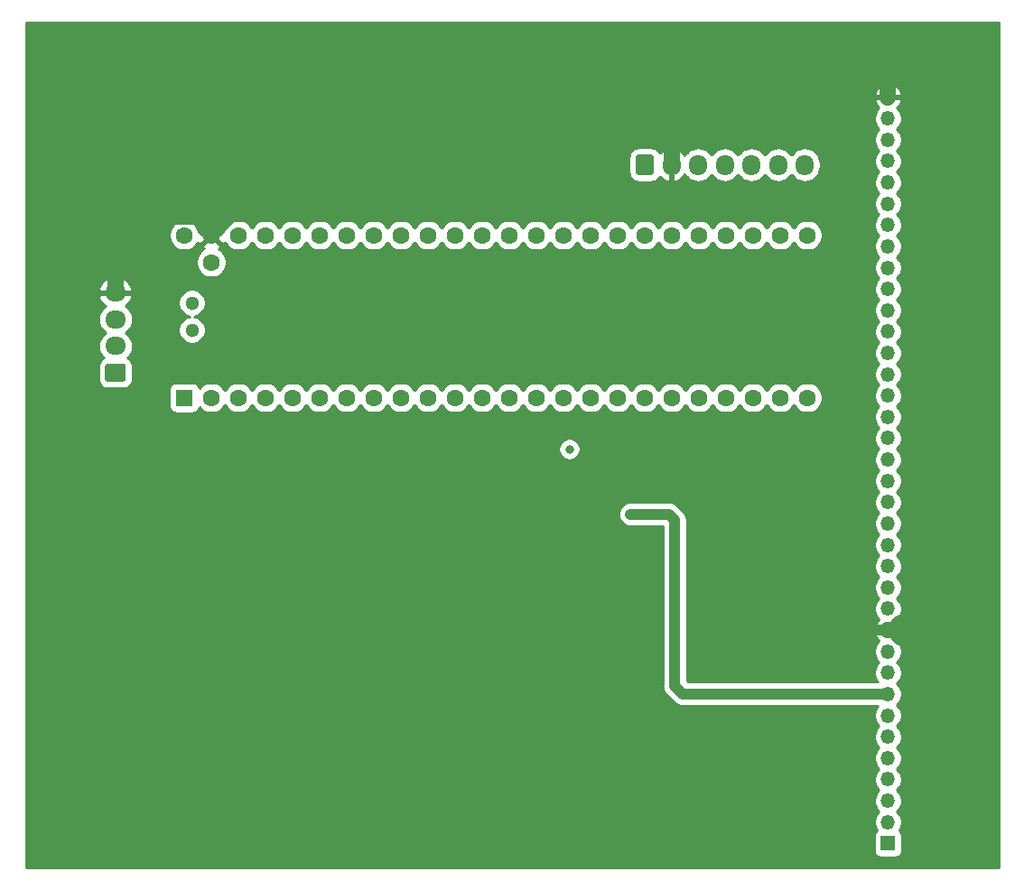
<source format=gbr>
%TF.GenerationSoftware,KiCad,Pcbnew,(5.1.9)-1*%
%TF.CreationDate,2021-05-20T21:26:35+10:00*%
%TF.ProjectId,RedPyKeeb_MCU,52656450-794b-4656-9562-5f4d43552e6b,rev?*%
%TF.SameCoordinates,Original*%
%TF.FileFunction,Copper,L3,Inr*%
%TF.FilePolarity,Positive*%
%FSLAX46Y46*%
G04 Gerber Fmt 4.6, Leading zero omitted, Abs format (unit mm)*
G04 Created by KiCad (PCBNEW (5.1.9)-1) date 2021-05-20 21:26:35*
%MOMM*%
%LPD*%
G01*
G04 APERTURE LIST*
%TA.AperFunction,ComponentPad*%
%ADD10O,1.700000X1.950000*%
%TD*%
%TA.AperFunction,ComponentPad*%
%ADD11O,1.950000X1.700000*%
%TD*%
%TA.AperFunction,ComponentPad*%
%ADD12R,1.350000X1.350000*%
%TD*%
%TA.AperFunction,ComponentPad*%
%ADD13O,1.350000X1.350000*%
%TD*%
%TA.AperFunction,ComponentPad*%
%ADD14C,1.600000*%
%TD*%
%TA.AperFunction,ComponentPad*%
%ADD15R,1.600000X1.600000*%
%TD*%
%TA.AperFunction,ComponentPad*%
%ADD16C,1.300000*%
%TD*%
%TA.AperFunction,ViaPad*%
%ADD17C,0.800000*%
%TD*%
%TA.AperFunction,Conductor*%
%ADD18C,1.524000*%
%TD*%
%TA.AperFunction,Conductor*%
%ADD19C,3.048000*%
%TD*%
%TA.AperFunction,Conductor*%
%ADD20C,1.016000*%
%TD*%
%TA.AperFunction,Conductor*%
%ADD21C,0.254000*%
%TD*%
%TA.AperFunction,Conductor*%
%ADD22C,0.100000*%
%TD*%
G04 APERTURE END LIST*
D10*
%TO.N,Net-(J2-Pad7)*%
%TO.C,J2*%
X92470000Y-30988000D03*
%TO.N,Net-(J2-Pad6)*%
X89970000Y-30988000D03*
%TO.N,Net-(J2-Pad5)*%
X87470000Y-30988000D03*
%TO.N,Net-(J2-Pad4)*%
X84970000Y-30988000D03*
%TO.N,Net-(J2-Pad3)*%
X82470000Y-30988000D03*
%TO.N,GNDPWR*%
X79970000Y-30988000D03*
%TO.N,MAIN_VBUS*%
%TA.AperFunction,ComponentPad*%
G36*
G01*
X76620000Y-31713000D02*
X76620000Y-30263000D01*
G75*
G02*
X76870000Y-30013000I250000J0D01*
G01*
X78070000Y-30013000D01*
G75*
G02*
X78320000Y-30263000I0J-250000D01*
G01*
X78320000Y-31713000D01*
G75*
G02*
X78070000Y-31963000I-250000J0D01*
G01*
X76870000Y-31963000D01*
G75*
G02*
X76620000Y-31713000I0J250000D01*
G01*
G37*
%TD.AperFunction*%
%TD*%
D11*
%TO.N,GNDPWR*%
%TO.C,J0*%
X27838400Y-42995200D03*
%TO.N,USB_DN*%
X27838400Y-45495200D03*
%TO.N,USB_DP*%
X27838400Y-47995200D03*
%TO.N,MAIN_VBUS*%
%TA.AperFunction,ComponentPad*%
G36*
G01*
X28563400Y-51345200D02*
X27113400Y-51345200D01*
G75*
G02*
X26863400Y-51095200I0J250000D01*
G01*
X26863400Y-49895200D01*
G75*
G02*
X27113400Y-49645200I250000J0D01*
G01*
X28563400Y-49645200D01*
G75*
G02*
X28813400Y-49895200I0J-250000D01*
G01*
X28813400Y-51095200D01*
G75*
G02*
X28563400Y-51345200I-250000J0D01*
G01*
G37*
%TD.AperFunction*%
%TD*%
D12*
%TO.N,KEY_ROW0*%
%TO.C,J1*%
X100279200Y-94640400D03*
D13*
%TO.N,KEY_ROW1*%
X100279200Y-92640400D03*
%TO.N,KEY_ROW2*%
X100279200Y-90640400D03*
%TO.N,KEY_ROW3*%
X100279200Y-88640400D03*
%TO.N,KEY_ROW4*%
X100279200Y-86640400D03*
%TO.N,KEY_ROW5*%
X100279200Y-84640400D03*
%TO.N,KEY_ROW6*%
X100279200Y-82640400D03*
%TO.N,MAIN_VBUS*%
X100279200Y-80640400D03*
%TO.N,LED_SCL_ROW0*%
X100279200Y-78640400D03*
%TO.N,LED_SDA_ROW0*%
X100279200Y-76640400D03*
%TO.N,GNDPWR*%
X100279200Y-74640400D03*
%TO.N,KEY_COL0*%
X100279200Y-72640400D03*
%TO.N,KEY_COL1*%
X100279200Y-70640400D03*
%TO.N,KEY_COL2*%
X100279200Y-68640400D03*
%TO.N,KEY_COL3*%
X100279200Y-66640400D03*
%TO.N,KEY_COL4*%
X100279200Y-64640400D03*
%TO.N,KEY_COL5*%
X100279200Y-62640400D03*
%TO.N,KEY_COL6*%
X100279200Y-60640400D03*
%TO.N,KEY_COL7*%
X100279200Y-58640400D03*
%TO.N,KEY_COL8*%
X100279200Y-56640400D03*
%TO.N,KEY_COL9*%
X100279200Y-54640400D03*
%TO.N,KEY_COL10*%
X100279200Y-52640400D03*
%TO.N,KEY_COL11*%
X100279200Y-50640400D03*
%TO.N,KEY_COL12*%
X100279200Y-48640400D03*
%TO.N,KEY_COL13*%
X100279200Y-46640400D03*
%TO.N,KEY_COL14*%
X100279200Y-44640400D03*
%TO.N,KEY_COL15*%
X100279200Y-42640400D03*
%TO.N,KEY_COL16*%
X100279200Y-40640400D03*
%TO.N,KEY_COL17*%
X100279200Y-38640400D03*
%TO.N,KEY_COL18*%
X100279200Y-36640400D03*
%TO.N,KEY_COL19*%
X100279200Y-34640400D03*
%TO.N,KEY_COL20*%
X100279200Y-32640400D03*
%TO.N,MAIN_VBUS*%
X100279200Y-30640400D03*
%TO.N,LED_SCL_STATUS0*%
X100279200Y-28640400D03*
%TO.N,LED_SDA_STATUS0*%
X100279200Y-26640400D03*
%TO.N,GNDPWR*%
X100279200Y-24640400D03*
%TD*%
D14*
%TO.N,MAIN_VBUS*%
%TO.C,U0*%
X36830000Y-40132000D03*
%TO.N,Net-(U0-Pad48)*%
X34290000Y-37592000D03*
%TO.N,GNDPWR*%
X36830000Y-37592000D03*
%TO.N,Net-(U0-Pad46)*%
X39370000Y-37592000D03*
%TO.N,KEY_COL12*%
X41910000Y-37592000D03*
%TO.N,KEY_COL13*%
X44450000Y-37592000D03*
%TO.N,KEY_COL14*%
X46990000Y-37592000D03*
%TO.N,KEY_COL15*%
X49530000Y-37592000D03*
%TO.N,KEY_COL16*%
X52070000Y-37592000D03*
%TO.N,KEY_COL17*%
X54610000Y-37592000D03*
%TO.N,KEY_COL20*%
X57150000Y-37592000D03*
%TO.N,KEY_COL19*%
X59690000Y-37592000D03*
%TO.N,KEY_COL18*%
X62230000Y-37592000D03*
%TO.N,Net-(U0-Pad36)*%
X64770000Y-37592000D03*
%TO.N,LED_SCL_ROW0_MCU*%
X67310000Y-37592000D03*
D15*
%TO.N,Net-(U0-Pad1)*%
X34290000Y-52832000D03*
D14*
%TO.N,KEY_ROW0*%
X36830000Y-52832000D03*
%TO.N,KEY_ROW1*%
X39370000Y-52832000D03*
%TO.N,KEY_ROW2*%
X41910000Y-52832000D03*
%TO.N,KEY_ROW3*%
X44450000Y-52832000D03*
%TO.N,KEY_ROW4*%
X46990000Y-52832000D03*
%TO.N,KEY_ROW5*%
X49530000Y-52832000D03*
%TO.N,KEY_ROW6*%
X52070000Y-52832000D03*
%TO.N,KEY_COL0*%
X54610000Y-52832000D03*
%TO.N,KEY_COL1*%
X57150000Y-52832000D03*
%TO.N,KEY_COL2*%
X59690000Y-52832000D03*
%TO.N,KEY_COL3*%
X62230000Y-52832000D03*
%TO.N,LED_SDA_ROW0_MCU*%
X64770000Y-52832000D03*
%TO.N,Net-(U0-Pad34)*%
X69850000Y-37592000D03*
%TO.N,Net-(U0-Pad33)*%
X72390000Y-37592000D03*
%TO.N,Net-(U0-Pad32)*%
X74930000Y-37592000D03*
%TO.N,Net-(U0-Pad31)*%
X77470000Y-37592000D03*
%TO.N,Net-(U0-Pad30)*%
X80010000Y-37592000D03*
%TO.N,Net-(U0-Pad29)*%
X82550000Y-37592000D03*
%TO.N,Net-(U0-Pad28)*%
X85090000Y-37592000D03*
%TO.N,Net-(U0-Pad27)*%
X87630000Y-37592000D03*
%TO.N,Net-(U0-Pad26)*%
X90170000Y-37592000D03*
%TO.N,Net-(U0-Pad25)*%
X92710000Y-37592000D03*
%TO.N,KEY_COL11*%
X92710000Y-52832000D03*
%TO.N,KEY_COL10*%
X90170000Y-52832000D03*
%TO.N,KEY_COL9*%
X87630000Y-52832000D03*
%TO.N,KEY_COL8*%
X85090000Y-52832000D03*
%TO.N,KEY_COL4*%
X67310000Y-52832000D03*
%TO.N,33_REF*%
X69850000Y-52832000D03*
%TO.N,LED_SCL_STATUS0_MCU*%
X72390000Y-52832000D03*
%TO.N,KEY_COL7*%
X82550000Y-52832000D03*
%TO.N,KEY_COL6*%
X80010000Y-52832000D03*
%TO.N,KEY_COL5*%
X77470000Y-52832000D03*
%TO.N,LED_SDA_STATUS0_MCU*%
X74930000Y-52832000D03*
D16*
%TO.N,USB_DP*%
X35020000Y-46482000D03*
%TO.N,USB_DN*%
X35020000Y-43942000D03*
%TD*%
D17*
%TO.N,GNDPWR*%
X76149200Y-59842400D03*
X66598800Y-57658000D03*
%TO.N,MAIN_VBUS*%
X76149200Y-63775500D03*
%TO.N,LED_SDA_ROW0_MCU*%
X70408800Y-57672200D03*
%TD*%
D18*
%TO.N,GNDPWR*%
X27838400Y-37642800D02*
X27838400Y-42995200D01*
X29651201Y-35829999D02*
X27838400Y-37642800D01*
X36185599Y-35829999D02*
X29651201Y-35829999D01*
X36830000Y-36474400D02*
X36185599Y-35829999D01*
X36830000Y-37592000D02*
X36830000Y-36474400D01*
D19*
X102362000Y-21590000D02*
X105156000Y-24384000D01*
X105156000Y-24384000D02*
X105156000Y-74726800D01*
D18*
X100279200Y-74640400D02*
X101462800Y-74640400D01*
D19*
X101916122Y-74726800D02*
X101829722Y-74640400D01*
X105156000Y-74726800D02*
X101916122Y-74726800D01*
D18*
X100279200Y-24640400D02*
X100279200Y-21844000D01*
X100279200Y-21844000D02*
X100533200Y-21590000D01*
D19*
X100533200Y-21590000D02*
X102362000Y-21590000D01*
D20*
X66598800Y-57658000D02*
X66598800Y-58877200D01*
X67564000Y-59842400D02*
X76149200Y-59842400D01*
X66598800Y-58877200D02*
X67564000Y-59842400D01*
X100279200Y-74640400D02*
X89372400Y-74640400D01*
X76149200Y-59842400D02*
X79197200Y-59842400D01*
X79197200Y-59842400D02*
X82397600Y-63042800D01*
X82397600Y-63042800D02*
X82397600Y-73609200D01*
X83428800Y-74640400D02*
X89372400Y-74640400D01*
X82397600Y-73609200D02*
X83428800Y-74640400D01*
D19*
X51636478Y-21590000D02*
X54610000Y-21590000D01*
X36830000Y-36396478D02*
X51636478Y-21590000D01*
X36830000Y-36474400D02*
X36830000Y-36396478D01*
D18*
X79970000Y-21884000D02*
X80264000Y-21590000D01*
X79970000Y-30988000D02*
X79970000Y-21884000D01*
D19*
X80264000Y-21590000D02*
X100533200Y-21590000D01*
X54610000Y-21590000D02*
X80264000Y-21590000D01*
D20*
%TO.N,MAIN_VBUS*%
X76149200Y-63775500D02*
X79726700Y-63775500D01*
X79726700Y-63775500D02*
X80264000Y-64312800D01*
X80264000Y-64312800D02*
X80264000Y-79857600D01*
X81046800Y-80640400D02*
X100279200Y-80640400D01*
X80264000Y-79857600D02*
X81046800Y-80640400D01*
%TD*%
D21*
%TO.N,GNDPWR*%
X110617000Y-96901000D02*
X19431000Y-96901000D01*
X19431000Y-63775500D01*
X75000670Y-63775500D01*
X75022739Y-63999567D01*
X75088097Y-64215023D01*
X75194232Y-64413589D01*
X75337067Y-64587633D01*
X75511111Y-64730468D01*
X75709677Y-64836603D01*
X75925133Y-64901961D01*
X76093054Y-64918500D01*
X79121000Y-64918500D01*
X79121001Y-79801451D01*
X79115471Y-79857600D01*
X79137539Y-80081667D01*
X79173702Y-80200877D01*
X79202898Y-80297123D01*
X79309033Y-80495689D01*
X79451868Y-80669733D01*
X79495477Y-80705522D01*
X80198881Y-81408928D01*
X80234667Y-81452533D01*
X80278271Y-81488318D01*
X80278277Y-81488324D01*
X80388917Y-81579123D01*
X80408711Y-81595368D01*
X80607277Y-81701503D01*
X80757374Y-81747035D01*
X80822732Y-81766861D01*
X80845400Y-81769094D01*
X80990654Y-81783400D01*
X80990660Y-81783400D01*
X81046799Y-81788929D01*
X81102938Y-81783400D01*
X99283579Y-81783400D01*
X99261656Y-81805323D01*
X99118293Y-82019882D01*
X99019542Y-82258287D01*
X98969200Y-82511376D01*
X98969200Y-82769424D01*
X99019542Y-83022513D01*
X99118293Y-83260918D01*
X99261656Y-83475477D01*
X99426579Y-83640400D01*
X99261656Y-83805323D01*
X99118293Y-84019882D01*
X99019542Y-84258287D01*
X98969200Y-84511376D01*
X98969200Y-84769424D01*
X99019542Y-85022513D01*
X99118293Y-85260918D01*
X99261656Y-85475477D01*
X99426579Y-85640400D01*
X99261656Y-85805323D01*
X99118293Y-86019882D01*
X99019542Y-86258287D01*
X98969200Y-86511376D01*
X98969200Y-86769424D01*
X99019542Y-87022513D01*
X99118293Y-87260918D01*
X99261656Y-87475477D01*
X99426579Y-87640400D01*
X99261656Y-87805323D01*
X99118293Y-88019882D01*
X99019542Y-88258287D01*
X98969200Y-88511376D01*
X98969200Y-88769424D01*
X99019542Y-89022513D01*
X99118293Y-89260918D01*
X99261656Y-89475477D01*
X99426579Y-89640400D01*
X99261656Y-89805323D01*
X99118293Y-90019882D01*
X99019542Y-90258287D01*
X98969200Y-90511376D01*
X98969200Y-90769424D01*
X99019542Y-91022513D01*
X99118293Y-91260918D01*
X99261656Y-91475477D01*
X99426579Y-91640400D01*
X99261656Y-91805323D01*
X99118293Y-92019882D01*
X99019542Y-92258287D01*
X98969200Y-92511376D01*
X98969200Y-92769424D01*
X99019542Y-93022513D01*
X99118293Y-93260918D01*
X99239897Y-93442913D01*
X99153015Y-93514215D01*
X99073663Y-93610906D01*
X99014698Y-93721220D01*
X98978388Y-93840918D01*
X98966128Y-93965400D01*
X98966128Y-95315400D01*
X98978388Y-95439882D01*
X99014698Y-95559580D01*
X99073663Y-95669894D01*
X99153015Y-95766585D01*
X99249706Y-95845937D01*
X99360020Y-95904902D01*
X99479718Y-95941212D01*
X99604200Y-95953472D01*
X100954200Y-95953472D01*
X101078682Y-95941212D01*
X101198380Y-95904902D01*
X101308694Y-95845937D01*
X101405385Y-95766585D01*
X101484737Y-95669894D01*
X101543702Y-95559580D01*
X101580012Y-95439882D01*
X101592272Y-95315400D01*
X101592272Y-93965400D01*
X101580012Y-93840918D01*
X101543702Y-93721220D01*
X101484737Y-93610906D01*
X101405385Y-93514215D01*
X101318503Y-93442913D01*
X101440107Y-93260918D01*
X101538858Y-93022513D01*
X101589200Y-92769424D01*
X101589200Y-92511376D01*
X101538858Y-92258287D01*
X101440107Y-92019882D01*
X101296744Y-91805323D01*
X101131821Y-91640400D01*
X101296744Y-91475477D01*
X101440107Y-91260918D01*
X101538858Y-91022513D01*
X101589200Y-90769424D01*
X101589200Y-90511376D01*
X101538858Y-90258287D01*
X101440107Y-90019882D01*
X101296744Y-89805323D01*
X101131821Y-89640400D01*
X101296744Y-89475477D01*
X101440107Y-89260918D01*
X101538858Y-89022513D01*
X101589200Y-88769424D01*
X101589200Y-88511376D01*
X101538858Y-88258287D01*
X101440107Y-88019882D01*
X101296744Y-87805323D01*
X101131821Y-87640400D01*
X101296744Y-87475477D01*
X101440107Y-87260918D01*
X101538858Y-87022513D01*
X101589200Y-86769424D01*
X101589200Y-86511376D01*
X101538858Y-86258287D01*
X101440107Y-86019882D01*
X101296744Y-85805323D01*
X101131821Y-85640400D01*
X101296744Y-85475477D01*
X101440107Y-85260918D01*
X101538858Y-85022513D01*
X101589200Y-84769424D01*
X101589200Y-84511376D01*
X101538858Y-84258287D01*
X101440107Y-84019882D01*
X101296744Y-83805323D01*
X101131821Y-83640400D01*
X101296744Y-83475477D01*
X101440107Y-83260918D01*
X101538858Y-83022513D01*
X101589200Y-82769424D01*
X101589200Y-82511376D01*
X101538858Y-82258287D01*
X101440107Y-82019882D01*
X101296744Y-81805323D01*
X101131821Y-81640400D01*
X101296744Y-81475477D01*
X101440107Y-81260918D01*
X101538858Y-81022513D01*
X101589200Y-80769424D01*
X101589200Y-80511376D01*
X101538858Y-80258287D01*
X101440107Y-80019882D01*
X101296744Y-79805323D01*
X101131821Y-79640400D01*
X101296744Y-79475477D01*
X101440107Y-79260918D01*
X101538858Y-79022513D01*
X101589200Y-78769424D01*
X101589200Y-78511376D01*
X101538858Y-78258287D01*
X101440107Y-78019882D01*
X101296744Y-77805323D01*
X101131821Y-77640400D01*
X101296744Y-77475477D01*
X101440107Y-77260918D01*
X101538858Y-77022513D01*
X101589200Y-76769424D01*
X101589200Y-76511376D01*
X101538858Y-76258287D01*
X101440107Y-76019882D01*
X101296744Y-75805323D01*
X101125140Y-75633719D01*
X101257503Y-75511627D01*
X101408673Y-75304029D01*
X101516438Y-75070928D01*
X101547110Y-74969800D01*
X101423424Y-74767400D01*
X100406200Y-74767400D01*
X100406200Y-74787400D01*
X100152200Y-74787400D01*
X100152200Y-74767400D01*
X99134976Y-74767400D01*
X99011290Y-74969800D01*
X99041962Y-75070928D01*
X99149727Y-75304029D01*
X99300897Y-75511627D01*
X99433260Y-75633719D01*
X99261656Y-75805323D01*
X99118293Y-76019882D01*
X99019542Y-76258287D01*
X98969200Y-76511376D01*
X98969200Y-76769424D01*
X99019542Y-77022513D01*
X99118293Y-77260918D01*
X99261656Y-77475477D01*
X99426579Y-77640400D01*
X99261656Y-77805323D01*
X99118293Y-78019882D01*
X99019542Y-78258287D01*
X98969200Y-78511376D01*
X98969200Y-78769424D01*
X99019542Y-79022513D01*
X99118293Y-79260918D01*
X99261656Y-79475477D01*
X99283579Y-79497400D01*
X81520246Y-79497400D01*
X81407000Y-79384154D01*
X81407000Y-64368939D01*
X81412529Y-64312800D01*
X81407000Y-64256661D01*
X81407000Y-64256654D01*
X81390461Y-64088733D01*
X81325103Y-63873277D01*
X81218968Y-63674711D01*
X81076133Y-63500667D01*
X81032519Y-63464874D01*
X80574628Y-63006983D01*
X80538833Y-62963367D01*
X80364789Y-62820532D01*
X80166223Y-62714397D01*
X79950767Y-62649039D01*
X79782846Y-62632500D01*
X79782839Y-62632500D01*
X79726700Y-62626971D01*
X79670561Y-62632500D01*
X76093054Y-62632500D01*
X75925133Y-62649039D01*
X75709677Y-62714397D01*
X75511111Y-62820532D01*
X75337067Y-62963367D01*
X75194232Y-63137411D01*
X75088097Y-63335977D01*
X75022739Y-63551433D01*
X75000670Y-63775500D01*
X19431000Y-63775500D01*
X19431000Y-57570261D01*
X69373800Y-57570261D01*
X69373800Y-57774139D01*
X69413574Y-57974098D01*
X69491595Y-58162456D01*
X69604863Y-58331974D01*
X69749026Y-58476137D01*
X69918544Y-58589405D01*
X70106902Y-58667426D01*
X70306861Y-58707200D01*
X70510739Y-58707200D01*
X70710698Y-58667426D01*
X70899056Y-58589405D01*
X71068574Y-58476137D01*
X71212737Y-58331974D01*
X71326005Y-58162456D01*
X71404026Y-57974098D01*
X71443800Y-57774139D01*
X71443800Y-57570261D01*
X71404026Y-57370302D01*
X71326005Y-57181944D01*
X71212737Y-57012426D01*
X71068574Y-56868263D01*
X70899056Y-56754995D01*
X70710698Y-56676974D01*
X70510739Y-56637200D01*
X70306861Y-56637200D01*
X70106902Y-56676974D01*
X69918544Y-56754995D01*
X69749026Y-56868263D01*
X69604863Y-57012426D01*
X69491595Y-57181944D01*
X69413574Y-57370302D01*
X69373800Y-57570261D01*
X19431000Y-57570261D01*
X19431000Y-52032000D01*
X32851928Y-52032000D01*
X32851928Y-53632000D01*
X32864188Y-53756482D01*
X32900498Y-53876180D01*
X32959463Y-53986494D01*
X33038815Y-54083185D01*
X33135506Y-54162537D01*
X33245820Y-54221502D01*
X33365518Y-54257812D01*
X33490000Y-54270072D01*
X35090000Y-54270072D01*
X35214482Y-54257812D01*
X35334180Y-54221502D01*
X35444494Y-54162537D01*
X35541185Y-54083185D01*
X35620537Y-53986494D01*
X35679502Y-53876180D01*
X35715812Y-53756482D01*
X35716643Y-53748039D01*
X35915241Y-53946637D01*
X36150273Y-54103680D01*
X36411426Y-54211853D01*
X36688665Y-54267000D01*
X36971335Y-54267000D01*
X37248574Y-54211853D01*
X37509727Y-54103680D01*
X37744759Y-53946637D01*
X37944637Y-53746759D01*
X38100000Y-53514241D01*
X38255363Y-53746759D01*
X38455241Y-53946637D01*
X38690273Y-54103680D01*
X38951426Y-54211853D01*
X39228665Y-54267000D01*
X39511335Y-54267000D01*
X39788574Y-54211853D01*
X40049727Y-54103680D01*
X40284759Y-53946637D01*
X40484637Y-53746759D01*
X40640000Y-53514241D01*
X40795363Y-53746759D01*
X40995241Y-53946637D01*
X41230273Y-54103680D01*
X41491426Y-54211853D01*
X41768665Y-54267000D01*
X42051335Y-54267000D01*
X42328574Y-54211853D01*
X42589727Y-54103680D01*
X42824759Y-53946637D01*
X43024637Y-53746759D01*
X43180000Y-53514241D01*
X43335363Y-53746759D01*
X43535241Y-53946637D01*
X43770273Y-54103680D01*
X44031426Y-54211853D01*
X44308665Y-54267000D01*
X44591335Y-54267000D01*
X44868574Y-54211853D01*
X45129727Y-54103680D01*
X45364759Y-53946637D01*
X45564637Y-53746759D01*
X45720000Y-53514241D01*
X45875363Y-53746759D01*
X46075241Y-53946637D01*
X46310273Y-54103680D01*
X46571426Y-54211853D01*
X46848665Y-54267000D01*
X47131335Y-54267000D01*
X47408574Y-54211853D01*
X47669727Y-54103680D01*
X47904759Y-53946637D01*
X48104637Y-53746759D01*
X48260000Y-53514241D01*
X48415363Y-53746759D01*
X48615241Y-53946637D01*
X48850273Y-54103680D01*
X49111426Y-54211853D01*
X49388665Y-54267000D01*
X49671335Y-54267000D01*
X49948574Y-54211853D01*
X50209727Y-54103680D01*
X50444759Y-53946637D01*
X50644637Y-53746759D01*
X50800000Y-53514241D01*
X50955363Y-53746759D01*
X51155241Y-53946637D01*
X51390273Y-54103680D01*
X51651426Y-54211853D01*
X51928665Y-54267000D01*
X52211335Y-54267000D01*
X52488574Y-54211853D01*
X52749727Y-54103680D01*
X52984759Y-53946637D01*
X53184637Y-53746759D01*
X53340000Y-53514241D01*
X53495363Y-53746759D01*
X53695241Y-53946637D01*
X53930273Y-54103680D01*
X54191426Y-54211853D01*
X54468665Y-54267000D01*
X54751335Y-54267000D01*
X55028574Y-54211853D01*
X55289727Y-54103680D01*
X55524759Y-53946637D01*
X55724637Y-53746759D01*
X55880000Y-53514241D01*
X56035363Y-53746759D01*
X56235241Y-53946637D01*
X56470273Y-54103680D01*
X56731426Y-54211853D01*
X57008665Y-54267000D01*
X57291335Y-54267000D01*
X57568574Y-54211853D01*
X57829727Y-54103680D01*
X58064759Y-53946637D01*
X58264637Y-53746759D01*
X58420000Y-53514241D01*
X58575363Y-53746759D01*
X58775241Y-53946637D01*
X59010273Y-54103680D01*
X59271426Y-54211853D01*
X59548665Y-54267000D01*
X59831335Y-54267000D01*
X60108574Y-54211853D01*
X60369727Y-54103680D01*
X60604759Y-53946637D01*
X60804637Y-53746759D01*
X60960000Y-53514241D01*
X61115363Y-53746759D01*
X61315241Y-53946637D01*
X61550273Y-54103680D01*
X61811426Y-54211853D01*
X62088665Y-54267000D01*
X62371335Y-54267000D01*
X62648574Y-54211853D01*
X62909727Y-54103680D01*
X63144759Y-53946637D01*
X63344637Y-53746759D01*
X63500000Y-53514241D01*
X63655363Y-53746759D01*
X63855241Y-53946637D01*
X64090273Y-54103680D01*
X64351426Y-54211853D01*
X64628665Y-54267000D01*
X64911335Y-54267000D01*
X65188574Y-54211853D01*
X65449727Y-54103680D01*
X65684759Y-53946637D01*
X65884637Y-53746759D01*
X66040000Y-53514241D01*
X66195363Y-53746759D01*
X66395241Y-53946637D01*
X66630273Y-54103680D01*
X66891426Y-54211853D01*
X67168665Y-54267000D01*
X67451335Y-54267000D01*
X67728574Y-54211853D01*
X67989727Y-54103680D01*
X68224759Y-53946637D01*
X68424637Y-53746759D01*
X68580000Y-53514241D01*
X68735363Y-53746759D01*
X68935241Y-53946637D01*
X69170273Y-54103680D01*
X69431426Y-54211853D01*
X69708665Y-54267000D01*
X69991335Y-54267000D01*
X70268574Y-54211853D01*
X70529727Y-54103680D01*
X70764759Y-53946637D01*
X70964637Y-53746759D01*
X71120000Y-53514241D01*
X71275363Y-53746759D01*
X71475241Y-53946637D01*
X71710273Y-54103680D01*
X71971426Y-54211853D01*
X72248665Y-54267000D01*
X72531335Y-54267000D01*
X72808574Y-54211853D01*
X73069727Y-54103680D01*
X73304759Y-53946637D01*
X73504637Y-53746759D01*
X73660000Y-53514241D01*
X73815363Y-53746759D01*
X74015241Y-53946637D01*
X74250273Y-54103680D01*
X74511426Y-54211853D01*
X74788665Y-54267000D01*
X75071335Y-54267000D01*
X75348574Y-54211853D01*
X75609727Y-54103680D01*
X75844759Y-53946637D01*
X76044637Y-53746759D01*
X76200000Y-53514241D01*
X76355363Y-53746759D01*
X76555241Y-53946637D01*
X76790273Y-54103680D01*
X77051426Y-54211853D01*
X77328665Y-54267000D01*
X77611335Y-54267000D01*
X77888574Y-54211853D01*
X78149727Y-54103680D01*
X78384759Y-53946637D01*
X78584637Y-53746759D01*
X78740000Y-53514241D01*
X78895363Y-53746759D01*
X79095241Y-53946637D01*
X79330273Y-54103680D01*
X79591426Y-54211853D01*
X79868665Y-54267000D01*
X80151335Y-54267000D01*
X80428574Y-54211853D01*
X80689727Y-54103680D01*
X80924759Y-53946637D01*
X81124637Y-53746759D01*
X81280000Y-53514241D01*
X81435363Y-53746759D01*
X81635241Y-53946637D01*
X81870273Y-54103680D01*
X82131426Y-54211853D01*
X82408665Y-54267000D01*
X82691335Y-54267000D01*
X82968574Y-54211853D01*
X83229727Y-54103680D01*
X83464759Y-53946637D01*
X83664637Y-53746759D01*
X83820000Y-53514241D01*
X83975363Y-53746759D01*
X84175241Y-53946637D01*
X84410273Y-54103680D01*
X84671426Y-54211853D01*
X84948665Y-54267000D01*
X85231335Y-54267000D01*
X85508574Y-54211853D01*
X85769727Y-54103680D01*
X86004759Y-53946637D01*
X86204637Y-53746759D01*
X86360000Y-53514241D01*
X86515363Y-53746759D01*
X86715241Y-53946637D01*
X86950273Y-54103680D01*
X87211426Y-54211853D01*
X87488665Y-54267000D01*
X87771335Y-54267000D01*
X88048574Y-54211853D01*
X88309727Y-54103680D01*
X88544759Y-53946637D01*
X88744637Y-53746759D01*
X88900000Y-53514241D01*
X89055363Y-53746759D01*
X89255241Y-53946637D01*
X89490273Y-54103680D01*
X89751426Y-54211853D01*
X90028665Y-54267000D01*
X90311335Y-54267000D01*
X90588574Y-54211853D01*
X90849727Y-54103680D01*
X91084759Y-53946637D01*
X91284637Y-53746759D01*
X91440000Y-53514241D01*
X91595363Y-53746759D01*
X91795241Y-53946637D01*
X92030273Y-54103680D01*
X92291426Y-54211853D01*
X92568665Y-54267000D01*
X92851335Y-54267000D01*
X93128574Y-54211853D01*
X93389727Y-54103680D01*
X93624759Y-53946637D01*
X93824637Y-53746759D01*
X93981680Y-53511727D01*
X94089853Y-53250574D01*
X94145000Y-52973335D01*
X94145000Y-52690665D01*
X94089853Y-52413426D01*
X93981680Y-52152273D01*
X93824637Y-51917241D01*
X93624759Y-51717363D01*
X93389727Y-51560320D01*
X93128574Y-51452147D01*
X92851335Y-51397000D01*
X92568665Y-51397000D01*
X92291426Y-51452147D01*
X92030273Y-51560320D01*
X91795241Y-51717363D01*
X91595363Y-51917241D01*
X91440000Y-52149759D01*
X91284637Y-51917241D01*
X91084759Y-51717363D01*
X90849727Y-51560320D01*
X90588574Y-51452147D01*
X90311335Y-51397000D01*
X90028665Y-51397000D01*
X89751426Y-51452147D01*
X89490273Y-51560320D01*
X89255241Y-51717363D01*
X89055363Y-51917241D01*
X88900000Y-52149759D01*
X88744637Y-51917241D01*
X88544759Y-51717363D01*
X88309727Y-51560320D01*
X88048574Y-51452147D01*
X87771335Y-51397000D01*
X87488665Y-51397000D01*
X87211426Y-51452147D01*
X86950273Y-51560320D01*
X86715241Y-51717363D01*
X86515363Y-51917241D01*
X86360000Y-52149759D01*
X86204637Y-51917241D01*
X86004759Y-51717363D01*
X85769727Y-51560320D01*
X85508574Y-51452147D01*
X85231335Y-51397000D01*
X84948665Y-51397000D01*
X84671426Y-51452147D01*
X84410273Y-51560320D01*
X84175241Y-51717363D01*
X83975363Y-51917241D01*
X83820000Y-52149759D01*
X83664637Y-51917241D01*
X83464759Y-51717363D01*
X83229727Y-51560320D01*
X82968574Y-51452147D01*
X82691335Y-51397000D01*
X82408665Y-51397000D01*
X82131426Y-51452147D01*
X81870273Y-51560320D01*
X81635241Y-51717363D01*
X81435363Y-51917241D01*
X81280000Y-52149759D01*
X81124637Y-51917241D01*
X80924759Y-51717363D01*
X80689727Y-51560320D01*
X80428574Y-51452147D01*
X80151335Y-51397000D01*
X79868665Y-51397000D01*
X79591426Y-51452147D01*
X79330273Y-51560320D01*
X79095241Y-51717363D01*
X78895363Y-51917241D01*
X78740000Y-52149759D01*
X78584637Y-51917241D01*
X78384759Y-51717363D01*
X78149727Y-51560320D01*
X77888574Y-51452147D01*
X77611335Y-51397000D01*
X77328665Y-51397000D01*
X77051426Y-51452147D01*
X76790273Y-51560320D01*
X76555241Y-51717363D01*
X76355363Y-51917241D01*
X76200000Y-52149759D01*
X76044637Y-51917241D01*
X75844759Y-51717363D01*
X75609727Y-51560320D01*
X75348574Y-51452147D01*
X75071335Y-51397000D01*
X74788665Y-51397000D01*
X74511426Y-51452147D01*
X74250273Y-51560320D01*
X74015241Y-51717363D01*
X73815363Y-51917241D01*
X73660000Y-52149759D01*
X73504637Y-51917241D01*
X73304759Y-51717363D01*
X73069727Y-51560320D01*
X72808574Y-51452147D01*
X72531335Y-51397000D01*
X72248665Y-51397000D01*
X71971426Y-51452147D01*
X71710273Y-51560320D01*
X71475241Y-51717363D01*
X71275363Y-51917241D01*
X71120000Y-52149759D01*
X70964637Y-51917241D01*
X70764759Y-51717363D01*
X70529727Y-51560320D01*
X70268574Y-51452147D01*
X69991335Y-51397000D01*
X69708665Y-51397000D01*
X69431426Y-51452147D01*
X69170273Y-51560320D01*
X68935241Y-51717363D01*
X68735363Y-51917241D01*
X68580000Y-52149759D01*
X68424637Y-51917241D01*
X68224759Y-51717363D01*
X67989727Y-51560320D01*
X67728574Y-51452147D01*
X67451335Y-51397000D01*
X67168665Y-51397000D01*
X66891426Y-51452147D01*
X66630273Y-51560320D01*
X66395241Y-51717363D01*
X66195363Y-51917241D01*
X66040000Y-52149759D01*
X65884637Y-51917241D01*
X65684759Y-51717363D01*
X65449727Y-51560320D01*
X65188574Y-51452147D01*
X64911335Y-51397000D01*
X64628665Y-51397000D01*
X64351426Y-51452147D01*
X64090273Y-51560320D01*
X63855241Y-51717363D01*
X63655363Y-51917241D01*
X63500000Y-52149759D01*
X63344637Y-51917241D01*
X63144759Y-51717363D01*
X62909727Y-51560320D01*
X62648574Y-51452147D01*
X62371335Y-51397000D01*
X62088665Y-51397000D01*
X61811426Y-51452147D01*
X61550273Y-51560320D01*
X61315241Y-51717363D01*
X61115363Y-51917241D01*
X60960000Y-52149759D01*
X60804637Y-51917241D01*
X60604759Y-51717363D01*
X60369727Y-51560320D01*
X60108574Y-51452147D01*
X59831335Y-51397000D01*
X59548665Y-51397000D01*
X59271426Y-51452147D01*
X59010273Y-51560320D01*
X58775241Y-51717363D01*
X58575363Y-51917241D01*
X58420000Y-52149759D01*
X58264637Y-51917241D01*
X58064759Y-51717363D01*
X57829727Y-51560320D01*
X57568574Y-51452147D01*
X57291335Y-51397000D01*
X57008665Y-51397000D01*
X56731426Y-51452147D01*
X56470273Y-51560320D01*
X56235241Y-51717363D01*
X56035363Y-51917241D01*
X55880000Y-52149759D01*
X55724637Y-51917241D01*
X55524759Y-51717363D01*
X55289727Y-51560320D01*
X55028574Y-51452147D01*
X54751335Y-51397000D01*
X54468665Y-51397000D01*
X54191426Y-51452147D01*
X53930273Y-51560320D01*
X53695241Y-51717363D01*
X53495363Y-51917241D01*
X53340000Y-52149759D01*
X53184637Y-51917241D01*
X52984759Y-51717363D01*
X52749727Y-51560320D01*
X52488574Y-51452147D01*
X52211335Y-51397000D01*
X51928665Y-51397000D01*
X51651426Y-51452147D01*
X51390273Y-51560320D01*
X51155241Y-51717363D01*
X50955363Y-51917241D01*
X50800000Y-52149759D01*
X50644637Y-51917241D01*
X50444759Y-51717363D01*
X50209727Y-51560320D01*
X49948574Y-51452147D01*
X49671335Y-51397000D01*
X49388665Y-51397000D01*
X49111426Y-51452147D01*
X48850273Y-51560320D01*
X48615241Y-51717363D01*
X48415363Y-51917241D01*
X48260000Y-52149759D01*
X48104637Y-51917241D01*
X47904759Y-51717363D01*
X47669727Y-51560320D01*
X47408574Y-51452147D01*
X47131335Y-51397000D01*
X46848665Y-51397000D01*
X46571426Y-51452147D01*
X46310273Y-51560320D01*
X46075241Y-51717363D01*
X45875363Y-51917241D01*
X45720000Y-52149759D01*
X45564637Y-51917241D01*
X45364759Y-51717363D01*
X45129727Y-51560320D01*
X44868574Y-51452147D01*
X44591335Y-51397000D01*
X44308665Y-51397000D01*
X44031426Y-51452147D01*
X43770273Y-51560320D01*
X43535241Y-51717363D01*
X43335363Y-51917241D01*
X43180000Y-52149759D01*
X43024637Y-51917241D01*
X42824759Y-51717363D01*
X42589727Y-51560320D01*
X42328574Y-51452147D01*
X42051335Y-51397000D01*
X41768665Y-51397000D01*
X41491426Y-51452147D01*
X41230273Y-51560320D01*
X40995241Y-51717363D01*
X40795363Y-51917241D01*
X40640000Y-52149759D01*
X40484637Y-51917241D01*
X40284759Y-51717363D01*
X40049727Y-51560320D01*
X39788574Y-51452147D01*
X39511335Y-51397000D01*
X39228665Y-51397000D01*
X38951426Y-51452147D01*
X38690273Y-51560320D01*
X38455241Y-51717363D01*
X38255363Y-51917241D01*
X38100000Y-52149759D01*
X37944637Y-51917241D01*
X37744759Y-51717363D01*
X37509727Y-51560320D01*
X37248574Y-51452147D01*
X36971335Y-51397000D01*
X36688665Y-51397000D01*
X36411426Y-51452147D01*
X36150273Y-51560320D01*
X35915241Y-51717363D01*
X35716643Y-51915961D01*
X35715812Y-51907518D01*
X35679502Y-51787820D01*
X35620537Y-51677506D01*
X35541185Y-51580815D01*
X35444494Y-51501463D01*
X35334180Y-51442498D01*
X35214482Y-51406188D01*
X35090000Y-51393928D01*
X33490000Y-51393928D01*
X33365518Y-51406188D01*
X33245820Y-51442498D01*
X33135506Y-51501463D01*
X33038815Y-51580815D01*
X32959463Y-51677506D01*
X32900498Y-51787820D01*
X32864188Y-51907518D01*
X32851928Y-52032000D01*
X19431000Y-52032000D01*
X19431000Y-45495200D01*
X26221215Y-45495200D01*
X26249887Y-45786311D01*
X26334801Y-46066234D01*
X26472694Y-46324214D01*
X26658266Y-46550334D01*
X26884386Y-46735906D01*
X26901774Y-46745200D01*
X26884386Y-46754494D01*
X26658266Y-46940066D01*
X26472694Y-47166186D01*
X26334801Y-47424166D01*
X26249887Y-47704089D01*
X26221215Y-47995200D01*
X26249887Y-48286311D01*
X26334801Y-48566234D01*
X26472694Y-48824214D01*
X26658266Y-49050334D01*
X26721737Y-49102423D01*
X26620014Y-49156795D01*
X26485438Y-49267238D01*
X26374995Y-49401814D01*
X26292928Y-49555350D01*
X26242392Y-49721946D01*
X26225328Y-49895200D01*
X26225328Y-51095200D01*
X26242392Y-51268454D01*
X26292928Y-51435050D01*
X26374995Y-51588586D01*
X26485438Y-51723162D01*
X26620014Y-51833605D01*
X26773550Y-51915672D01*
X26940146Y-51966208D01*
X27113400Y-51983272D01*
X28563400Y-51983272D01*
X28736654Y-51966208D01*
X28903250Y-51915672D01*
X29056786Y-51833605D01*
X29191362Y-51723162D01*
X29301805Y-51588586D01*
X29383872Y-51435050D01*
X29434408Y-51268454D01*
X29451472Y-51095200D01*
X29451472Y-49895200D01*
X29434408Y-49721946D01*
X29383872Y-49555350D01*
X29301805Y-49401814D01*
X29191362Y-49267238D01*
X29056786Y-49156795D01*
X28955063Y-49102423D01*
X29018534Y-49050334D01*
X29204106Y-48824214D01*
X29341999Y-48566234D01*
X29426913Y-48286311D01*
X29455585Y-47995200D01*
X29426913Y-47704089D01*
X29341999Y-47424166D01*
X29204106Y-47166186D01*
X29018534Y-46940066D01*
X28792414Y-46754494D01*
X28775026Y-46745200D01*
X28792414Y-46735906D01*
X29018534Y-46550334D01*
X29204106Y-46324214D01*
X29341999Y-46066234D01*
X29426913Y-45786311D01*
X29455585Y-45495200D01*
X29426913Y-45204089D01*
X29341999Y-44924166D01*
X29204106Y-44666186D01*
X29018534Y-44440066D01*
X28792414Y-44254494D01*
X28766678Y-44240738D01*
X28972829Y-44084249D01*
X29165896Y-43866393D01*
X29195668Y-43815439D01*
X33735000Y-43815439D01*
X33735000Y-44068561D01*
X33784381Y-44316821D01*
X33881247Y-44550676D01*
X34021875Y-44761140D01*
X34200860Y-44940125D01*
X34411324Y-45080753D01*
X34645179Y-45177619D01*
X34818027Y-45212000D01*
X34645179Y-45246381D01*
X34411324Y-45343247D01*
X34200860Y-45483875D01*
X34021875Y-45662860D01*
X33881247Y-45873324D01*
X33784381Y-46107179D01*
X33735000Y-46355439D01*
X33735000Y-46608561D01*
X33784381Y-46856821D01*
X33881247Y-47090676D01*
X34021875Y-47301140D01*
X34200860Y-47480125D01*
X34411324Y-47620753D01*
X34645179Y-47717619D01*
X34893439Y-47767000D01*
X35146561Y-47767000D01*
X35394821Y-47717619D01*
X35628676Y-47620753D01*
X35839140Y-47480125D01*
X36018125Y-47301140D01*
X36158753Y-47090676D01*
X36255619Y-46856821D01*
X36305000Y-46608561D01*
X36305000Y-46355439D01*
X36255619Y-46107179D01*
X36158753Y-45873324D01*
X36018125Y-45662860D01*
X35839140Y-45483875D01*
X35628676Y-45343247D01*
X35394821Y-45246381D01*
X35221973Y-45212000D01*
X35394821Y-45177619D01*
X35628676Y-45080753D01*
X35839140Y-44940125D01*
X36018125Y-44761140D01*
X36158753Y-44550676D01*
X36255619Y-44316821D01*
X36305000Y-44068561D01*
X36305000Y-43815439D01*
X36255619Y-43567179D01*
X36158753Y-43333324D01*
X36018125Y-43122860D01*
X35839140Y-42943875D01*
X35628676Y-42803247D01*
X35394821Y-42706381D01*
X35146561Y-42657000D01*
X34893439Y-42657000D01*
X34645179Y-42706381D01*
X34411324Y-42803247D01*
X34200860Y-42943875D01*
X34021875Y-43122860D01*
X33881247Y-43333324D01*
X33784381Y-43567179D01*
X33735000Y-43815439D01*
X29195668Y-43815439D01*
X29312752Y-43615058D01*
X29404876Y-43352090D01*
X29283555Y-43122200D01*
X27965400Y-43122200D01*
X27965400Y-43142200D01*
X27711400Y-43142200D01*
X27711400Y-43122200D01*
X26393245Y-43122200D01*
X26271924Y-43352090D01*
X26364048Y-43615058D01*
X26510904Y-43866393D01*
X26703971Y-44084249D01*
X26910122Y-44240738D01*
X26884386Y-44254494D01*
X26658266Y-44440066D01*
X26472694Y-44666186D01*
X26334801Y-44924166D01*
X26249887Y-45204089D01*
X26221215Y-45495200D01*
X19431000Y-45495200D01*
X19431000Y-42638310D01*
X26271924Y-42638310D01*
X26393245Y-42868200D01*
X27711400Y-42868200D01*
X27711400Y-41669035D01*
X27965400Y-41669035D01*
X27965400Y-42868200D01*
X29283555Y-42868200D01*
X29404876Y-42638310D01*
X29312752Y-42375342D01*
X29165896Y-42124007D01*
X28972829Y-41906151D01*
X28740970Y-41730147D01*
X28479230Y-41602758D01*
X28197667Y-41528880D01*
X27965400Y-41669035D01*
X27711400Y-41669035D01*
X27479133Y-41528880D01*
X27197570Y-41602758D01*
X26935830Y-41730147D01*
X26703971Y-41906151D01*
X26510904Y-42124007D01*
X26364048Y-42375342D01*
X26271924Y-42638310D01*
X19431000Y-42638310D01*
X19431000Y-39990665D01*
X35395000Y-39990665D01*
X35395000Y-40273335D01*
X35450147Y-40550574D01*
X35558320Y-40811727D01*
X35715363Y-41046759D01*
X35915241Y-41246637D01*
X36150273Y-41403680D01*
X36411426Y-41511853D01*
X36688665Y-41567000D01*
X36971335Y-41567000D01*
X37248574Y-41511853D01*
X37509727Y-41403680D01*
X37744759Y-41246637D01*
X37944637Y-41046759D01*
X38101680Y-40811727D01*
X38209853Y-40550574D01*
X38265000Y-40273335D01*
X38265000Y-39990665D01*
X38209853Y-39713426D01*
X38101680Y-39452273D01*
X37944637Y-39217241D01*
X37744759Y-39017363D01*
X37510872Y-38861085D01*
X37571514Y-38828671D01*
X37643097Y-38584702D01*
X36830000Y-37771605D01*
X36016903Y-38584702D01*
X36088486Y-38828671D01*
X36152992Y-38859194D01*
X36150273Y-38860320D01*
X35915241Y-39017363D01*
X35715363Y-39217241D01*
X35558320Y-39452273D01*
X35450147Y-39713426D01*
X35395000Y-39990665D01*
X19431000Y-39990665D01*
X19431000Y-37450665D01*
X32855000Y-37450665D01*
X32855000Y-37733335D01*
X32910147Y-38010574D01*
X33018320Y-38271727D01*
X33175363Y-38506759D01*
X33375241Y-38706637D01*
X33610273Y-38863680D01*
X33871426Y-38971853D01*
X34148665Y-39027000D01*
X34431335Y-39027000D01*
X34708574Y-38971853D01*
X34969727Y-38863680D01*
X35204759Y-38706637D01*
X35404637Y-38506759D01*
X35560915Y-38272872D01*
X35593329Y-38333514D01*
X35837298Y-38405097D01*
X36650395Y-37592000D01*
X37009605Y-37592000D01*
X37822702Y-38405097D01*
X38066671Y-38333514D01*
X38097194Y-38269008D01*
X38098320Y-38271727D01*
X38255363Y-38506759D01*
X38455241Y-38706637D01*
X38690273Y-38863680D01*
X38951426Y-38971853D01*
X39228665Y-39027000D01*
X39511335Y-39027000D01*
X39788574Y-38971853D01*
X40049727Y-38863680D01*
X40284759Y-38706637D01*
X40484637Y-38506759D01*
X40640000Y-38274241D01*
X40795363Y-38506759D01*
X40995241Y-38706637D01*
X41230273Y-38863680D01*
X41491426Y-38971853D01*
X41768665Y-39027000D01*
X42051335Y-39027000D01*
X42328574Y-38971853D01*
X42589727Y-38863680D01*
X42824759Y-38706637D01*
X43024637Y-38506759D01*
X43180000Y-38274241D01*
X43335363Y-38506759D01*
X43535241Y-38706637D01*
X43770273Y-38863680D01*
X44031426Y-38971853D01*
X44308665Y-39027000D01*
X44591335Y-39027000D01*
X44868574Y-38971853D01*
X45129727Y-38863680D01*
X45364759Y-38706637D01*
X45564637Y-38506759D01*
X45720000Y-38274241D01*
X45875363Y-38506759D01*
X46075241Y-38706637D01*
X46310273Y-38863680D01*
X46571426Y-38971853D01*
X46848665Y-39027000D01*
X47131335Y-39027000D01*
X47408574Y-38971853D01*
X47669727Y-38863680D01*
X47904759Y-38706637D01*
X48104637Y-38506759D01*
X48260000Y-38274241D01*
X48415363Y-38506759D01*
X48615241Y-38706637D01*
X48850273Y-38863680D01*
X49111426Y-38971853D01*
X49388665Y-39027000D01*
X49671335Y-39027000D01*
X49948574Y-38971853D01*
X50209727Y-38863680D01*
X50444759Y-38706637D01*
X50644637Y-38506759D01*
X50800000Y-38274241D01*
X50955363Y-38506759D01*
X51155241Y-38706637D01*
X51390273Y-38863680D01*
X51651426Y-38971853D01*
X51928665Y-39027000D01*
X52211335Y-39027000D01*
X52488574Y-38971853D01*
X52749727Y-38863680D01*
X52984759Y-38706637D01*
X53184637Y-38506759D01*
X53340000Y-38274241D01*
X53495363Y-38506759D01*
X53695241Y-38706637D01*
X53930273Y-38863680D01*
X54191426Y-38971853D01*
X54468665Y-39027000D01*
X54751335Y-39027000D01*
X55028574Y-38971853D01*
X55289727Y-38863680D01*
X55524759Y-38706637D01*
X55724637Y-38506759D01*
X55880000Y-38274241D01*
X56035363Y-38506759D01*
X56235241Y-38706637D01*
X56470273Y-38863680D01*
X56731426Y-38971853D01*
X57008665Y-39027000D01*
X57291335Y-39027000D01*
X57568574Y-38971853D01*
X57829727Y-38863680D01*
X58064759Y-38706637D01*
X58264637Y-38506759D01*
X58420000Y-38274241D01*
X58575363Y-38506759D01*
X58775241Y-38706637D01*
X59010273Y-38863680D01*
X59271426Y-38971853D01*
X59548665Y-39027000D01*
X59831335Y-39027000D01*
X60108574Y-38971853D01*
X60369727Y-38863680D01*
X60604759Y-38706637D01*
X60804637Y-38506759D01*
X60960000Y-38274241D01*
X61115363Y-38506759D01*
X61315241Y-38706637D01*
X61550273Y-38863680D01*
X61811426Y-38971853D01*
X62088665Y-39027000D01*
X62371335Y-39027000D01*
X62648574Y-38971853D01*
X62909727Y-38863680D01*
X63144759Y-38706637D01*
X63344637Y-38506759D01*
X63500000Y-38274241D01*
X63655363Y-38506759D01*
X63855241Y-38706637D01*
X64090273Y-38863680D01*
X64351426Y-38971853D01*
X64628665Y-39027000D01*
X64911335Y-39027000D01*
X65188574Y-38971853D01*
X65449727Y-38863680D01*
X65684759Y-38706637D01*
X65884637Y-38506759D01*
X66040000Y-38274241D01*
X66195363Y-38506759D01*
X66395241Y-38706637D01*
X66630273Y-38863680D01*
X66891426Y-38971853D01*
X67168665Y-39027000D01*
X67451335Y-39027000D01*
X67728574Y-38971853D01*
X67989727Y-38863680D01*
X68224759Y-38706637D01*
X68424637Y-38506759D01*
X68580000Y-38274241D01*
X68735363Y-38506759D01*
X68935241Y-38706637D01*
X69170273Y-38863680D01*
X69431426Y-38971853D01*
X69708665Y-39027000D01*
X69991335Y-39027000D01*
X70268574Y-38971853D01*
X70529727Y-38863680D01*
X70764759Y-38706637D01*
X70964637Y-38506759D01*
X71120000Y-38274241D01*
X71275363Y-38506759D01*
X71475241Y-38706637D01*
X71710273Y-38863680D01*
X71971426Y-38971853D01*
X72248665Y-39027000D01*
X72531335Y-39027000D01*
X72808574Y-38971853D01*
X73069727Y-38863680D01*
X73304759Y-38706637D01*
X73504637Y-38506759D01*
X73660000Y-38274241D01*
X73815363Y-38506759D01*
X74015241Y-38706637D01*
X74250273Y-38863680D01*
X74511426Y-38971853D01*
X74788665Y-39027000D01*
X75071335Y-39027000D01*
X75348574Y-38971853D01*
X75609727Y-38863680D01*
X75844759Y-38706637D01*
X76044637Y-38506759D01*
X76200000Y-38274241D01*
X76355363Y-38506759D01*
X76555241Y-38706637D01*
X76790273Y-38863680D01*
X77051426Y-38971853D01*
X77328665Y-39027000D01*
X77611335Y-39027000D01*
X77888574Y-38971853D01*
X78149727Y-38863680D01*
X78384759Y-38706637D01*
X78584637Y-38506759D01*
X78740000Y-38274241D01*
X78895363Y-38506759D01*
X79095241Y-38706637D01*
X79330273Y-38863680D01*
X79591426Y-38971853D01*
X79868665Y-39027000D01*
X80151335Y-39027000D01*
X80428574Y-38971853D01*
X80689727Y-38863680D01*
X80924759Y-38706637D01*
X81124637Y-38506759D01*
X81280000Y-38274241D01*
X81435363Y-38506759D01*
X81635241Y-38706637D01*
X81870273Y-38863680D01*
X82131426Y-38971853D01*
X82408665Y-39027000D01*
X82691335Y-39027000D01*
X82968574Y-38971853D01*
X83229727Y-38863680D01*
X83464759Y-38706637D01*
X83664637Y-38506759D01*
X83820000Y-38274241D01*
X83975363Y-38506759D01*
X84175241Y-38706637D01*
X84410273Y-38863680D01*
X84671426Y-38971853D01*
X84948665Y-39027000D01*
X85231335Y-39027000D01*
X85508574Y-38971853D01*
X85769727Y-38863680D01*
X86004759Y-38706637D01*
X86204637Y-38506759D01*
X86360000Y-38274241D01*
X86515363Y-38506759D01*
X86715241Y-38706637D01*
X86950273Y-38863680D01*
X87211426Y-38971853D01*
X87488665Y-39027000D01*
X87771335Y-39027000D01*
X88048574Y-38971853D01*
X88309727Y-38863680D01*
X88544759Y-38706637D01*
X88744637Y-38506759D01*
X88900000Y-38274241D01*
X89055363Y-38506759D01*
X89255241Y-38706637D01*
X89490273Y-38863680D01*
X89751426Y-38971853D01*
X90028665Y-39027000D01*
X90311335Y-39027000D01*
X90588574Y-38971853D01*
X90849727Y-38863680D01*
X91084759Y-38706637D01*
X91284637Y-38506759D01*
X91440000Y-38274241D01*
X91595363Y-38506759D01*
X91795241Y-38706637D01*
X92030273Y-38863680D01*
X92291426Y-38971853D01*
X92568665Y-39027000D01*
X92851335Y-39027000D01*
X93128574Y-38971853D01*
X93389727Y-38863680D01*
X93624759Y-38706637D01*
X93824637Y-38506759D01*
X93981680Y-38271727D01*
X94089853Y-38010574D01*
X94145000Y-37733335D01*
X94145000Y-37450665D01*
X94089853Y-37173426D01*
X93981680Y-36912273D01*
X93824637Y-36677241D01*
X93624759Y-36477363D01*
X93389727Y-36320320D01*
X93128574Y-36212147D01*
X92851335Y-36157000D01*
X92568665Y-36157000D01*
X92291426Y-36212147D01*
X92030273Y-36320320D01*
X91795241Y-36477363D01*
X91595363Y-36677241D01*
X91440000Y-36909759D01*
X91284637Y-36677241D01*
X91084759Y-36477363D01*
X90849727Y-36320320D01*
X90588574Y-36212147D01*
X90311335Y-36157000D01*
X90028665Y-36157000D01*
X89751426Y-36212147D01*
X89490273Y-36320320D01*
X89255241Y-36477363D01*
X89055363Y-36677241D01*
X88900000Y-36909759D01*
X88744637Y-36677241D01*
X88544759Y-36477363D01*
X88309727Y-36320320D01*
X88048574Y-36212147D01*
X87771335Y-36157000D01*
X87488665Y-36157000D01*
X87211426Y-36212147D01*
X86950273Y-36320320D01*
X86715241Y-36477363D01*
X86515363Y-36677241D01*
X86360000Y-36909759D01*
X86204637Y-36677241D01*
X86004759Y-36477363D01*
X85769727Y-36320320D01*
X85508574Y-36212147D01*
X85231335Y-36157000D01*
X84948665Y-36157000D01*
X84671426Y-36212147D01*
X84410273Y-36320320D01*
X84175241Y-36477363D01*
X83975363Y-36677241D01*
X83820000Y-36909759D01*
X83664637Y-36677241D01*
X83464759Y-36477363D01*
X83229727Y-36320320D01*
X82968574Y-36212147D01*
X82691335Y-36157000D01*
X82408665Y-36157000D01*
X82131426Y-36212147D01*
X81870273Y-36320320D01*
X81635241Y-36477363D01*
X81435363Y-36677241D01*
X81280000Y-36909759D01*
X81124637Y-36677241D01*
X80924759Y-36477363D01*
X80689727Y-36320320D01*
X80428574Y-36212147D01*
X80151335Y-36157000D01*
X79868665Y-36157000D01*
X79591426Y-36212147D01*
X79330273Y-36320320D01*
X79095241Y-36477363D01*
X78895363Y-36677241D01*
X78740000Y-36909759D01*
X78584637Y-36677241D01*
X78384759Y-36477363D01*
X78149727Y-36320320D01*
X77888574Y-36212147D01*
X77611335Y-36157000D01*
X77328665Y-36157000D01*
X77051426Y-36212147D01*
X76790273Y-36320320D01*
X76555241Y-36477363D01*
X76355363Y-36677241D01*
X76200000Y-36909759D01*
X76044637Y-36677241D01*
X75844759Y-36477363D01*
X75609727Y-36320320D01*
X75348574Y-36212147D01*
X75071335Y-36157000D01*
X74788665Y-36157000D01*
X74511426Y-36212147D01*
X74250273Y-36320320D01*
X74015241Y-36477363D01*
X73815363Y-36677241D01*
X73660000Y-36909759D01*
X73504637Y-36677241D01*
X73304759Y-36477363D01*
X73069727Y-36320320D01*
X72808574Y-36212147D01*
X72531335Y-36157000D01*
X72248665Y-36157000D01*
X71971426Y-36212147D01*
X71710273Y-36320320D01*
X71475241Y-36477363D01*
X71275363Y-36677241D01*
X71120000Y-36909759D01*
X70964637Y-36677241D01*
X70764759Y-36477363D01*
X70529727Y-36320320D01*
X70268574Y-36212147D01*
X69991335Y-36157000D01*
X69708665Y-36157000D01*
X69431426Y-36212147D01*
X69170273Y-36320320D01*
X68935241Y-36477363D01*
X68735363Y-36677241D01*
X68580000Y-36909759D01*
X68424637Y-36677241D01*
X68224759Y-36477363D01*
X67989727Y-36320320D01*
X67728574Y-36212147D01*
X67451335Y-36157000D01*
X67168665Y-36157000D01*
X66891426Y-36212147D01*
X66630273Y-36320320D01*
X66395241Y-36477363D01*
X66195363Y-36677241D01*
X66040000Y-36909759D01*
X65884637Y-36677241D01*
X65684759Y-36477363D01*
X65449727Y-36320320D01*
X65188574Y-36212147D01*
X64911335Y-36157000D01*
X64628665Y-36157000D01*
X64351426Y-36212147D01*
X64090273Y-36320320D01*
X63855241Y-36477363D01*
X63655363Y-36677241D01*
X63500000Y-36909759D01*
X63344637Y-36677241D01*
X63144759Y-36477363D01*
X62909727Y-36320320D01*
X62648574Y-36212147D01*
X62371335Y-36157000D01*
X62088665Y-36157000D01*
X61811426Y-36212147D01*
X61550273Y-36320320D01*
X61315241Y-36477363D01*
X61115363Y-36677241D01*
X60960000Y-36909759D01*
X60804637Y-36677241D01*
X60604759Y-36477363D01*
X60369727Y-36320320D01*
X60108574Y-36212147D01*
X59831335Y-36157000D01*
X59548665Y-36157000D01*
X59271426Y-36212147D01*
X59010273Y-36320320D01*
X58775241Y-36477363D01*
X58575363Y-36677241D01*
X58420000Y-36909759D01*
X58264637Y-36677241D01*
X58064759Y-36477363D01*
X57829727Y-36320320D01*
X57568574Y-36212147D01*
X57291335Y-36157000D01*
X57008665Y-36157000D01*
X56731426Y-36212147D01*
X56470273Y-36320320D01*
X56235241Y-36477363D01*
X56035363Y-36677241D01*
X55880000Y-36909759D01*
X55724637Y-36677241D01*
X55524759Y-36477363D01*
X55289727Y-36320320D01*
X55028574Y-36212147D01*
X54751335Y-36157000D01*
X54468665Y-36157000D01*
X54191426Y-36212147D01*
X53930273Y-36320320D01*
X53695241Y-36477363D01*
X53495363Y-36677241D01*
X53340000Y-36909759D01*
X53184637Y-36677241D01*
X52984759Y-36477363D01*
X52749727Y-36320320D01*
X52488574Y-36212147D01*
X52211335Y-36157000D01*
X51928665Y-36157000D01*
X51651426Y-36212147D01*
X51390273Y-36320320D01*
X51155241Y-36477363D01*
X50955363Y-36677241D01*
X50800000Y-36909759D01*
X50644637Y-36677241D01*
X50444759Y-36477363D01*
X50209727Y-36320320D01*
X49948574Y-36212147D01*
X49671335Y-36157000D01*
X49388665Y-36157000D01*
X49111426Y-36212147D01*
X48850273Y-36320320D01*
X48615241Y-36477363D01*
X48415363Y-36677241D01*
X48260000Y-36909759D01*
X48104637Y-36677241D01*
X47904759Y-36477363D01*
X47669727Y-36320320D01*
X47408574Y-36212147D01*
X47131335Y-36157000D01*
X46848665Y-36157000D01*
X46571426Y-36212147D01*
X46310273Y-36320320D01*
X46075241Y-36477363D01*
X45875363Y-36677241D01*
X45720000Y-36909759D01*
X45564637Y-36677241D01*
X45364759Y-36477363D01*
X45129727Y-36320320D01*
X44868574Y-36212147D01*
X44591335Y-36157000D01*
X44308665Y-36157000D01*
X44031426Y-36212147D01*
X43770273Y-36320320D01*
X43535241Y-36477363D01*
X43335363Y-36677241D01*
X43180000Y-36909759D01*
X43024637Y-36677241D01*
X42824759Y-36477363D01*
X42589727Y-36320320D01*
X42328574Y-36212147D01*
X42051335Y-36157000D01*
X41768665Y-36157000D01*
X41491426Y-36212147D01*
X41230273Y-36320320D01*
X40995241Y-36477363D01*
X40795363Y-36677241D01*
X40640000Y-36909759D01*
X40484637Y-36677241D01*
X40284759Y-36477363D01*
X40049727Y-36320320D01*
X39788574Y-36212147D01*
X39511335Y-36157000D01*
X39228665Y-36157000D01*
X38951426Y-36212147D01*
X38690273Y-36320320D01*
X38455241Y-36477363D01*
X38255363Y-36677241D01*
X38099085Y-36911128D01*
X38066671Y-36850486D01*
X37822702Y-36778903D01*
X37009605Y-37592000D01*
X36650395Y-37592000D01*
X35837298Y-36778903D01*
X35593329Y-36850486D01*
X35562806Y-36914992D01*
X35561680Y-36912273D01*
X35404637Y-36677241D01*
X35326694Y-36599298D01*
X36016903Y-36599298D01*
X36830000Y-37412395D01*
X37643097Y-36599298D01*
X37571514Y-36355329D01*
X37316004Y-36234429D01*
X37041816Y-36165700D01*
X36759488Y-36151783D01*
X36479870Y-36193213D01*
X36213708Y-36288397D01*
X36088486Y-36355329D01*
X36016903Y-36599298D01*
X35326694Y-36599298D01*
X35204759Y-36477363D01*
X34969727Y-36320320D01*
X34708574Y-36212147D01*
X34431335Y-36157000D01*
X34148665Y-36157000D01*
X33871426Y-36212147D01*
X33610273Y-36320320D01*
X33375241Y-36477363D01*
X33175363Y-36677241D01*
X33018320Y-36912273D01*
X32910147Y-37173426D01*
X32855000Y-37450665D01*
X19431000Y-37450665D01*
X19431000Y-30263000D01*
X75981928Y-30263000D01*
X75981928Y-31713000D01*
X75998992Y-31886254D01*
X76049528Y-32052850D01*
X76131595Y-32206386D01*
X76242038Y-32340962D01*
X76376614Y-32451405D01*
X76530150Y-32533472D01*
X76696746Y-32584008D01*
X76870000Y-32601072D01*
X78070000Y-32601072D01*
X78243254Y-32584008D01*
X78409850Y-32533472D01*
X78563386Y-32451405D01*
X78697962Y-32340962D01*
X78808405Y-32206386D01*
X78864714Y-32101039D01*
X78880951Y-32122429D01*
X79098807Y-32315496D01*
X79350142Y-32462352D01*
X79613110Y-32554476D01*
X79843000Y-32433155D01*
X79843000Y-31115000D01*
X79823000Y-31115000D01*
X79823000Y-30861000D01*
X79843000Y-30861000D01*
X79843000Y-29542845D01*
X80097000Y-29542845D01*
X80097000Y-30861000D01*
X80117000Y-30861000D01*
X80117000Y-31115000D01*
X80097000Y-31115000D01*
X80097000Y-32433155D01*
X80326890Y-32554476D01*
X80589858Y-32462352D01*
X80841193Y-32315496D01*
X81059049Y-32122429D01*
X81215538Y-31916278D01*
X81229294Y-31942014D01*
X81414866Y-32168134D01*
X81640987Y-32353706D01*
X81898967Y-32491599D01*
X82178890Y-32576513D01*
X82470000Y-32605185D01*
X82761111Y-32576513D01*
X83041034Y-32491599D01*
X83299014Y-32353706D01*
X83525134Y-32168134D01*
X83710706Y-31942014D01*
X83720000Y-31924626D01*
X83729294Y-31942014D01*
X83914866Y-32168134D01*
X84140987Y-32353706D01*
X84398967Y-32491599D01*
X84678890Y-32576513D01*
X84970000Y-32605185D01*
X85261111Y-32576513D01*
X85541034Y-32491599D01*
X85799014Y-32353706D01*
X86025134Y-32168134D01*
X86210706Y-31942014D01*
X86220000Y-31924626D01*
X86229294Y-31942014D01*
X86414866Y-32168134D01*
X86640987Y-32353706D01*
X86898967Y-32491599D01*
X87178890Y-32576513D01*
X87470000Y-32605185D01*
X87761111Y-32576513D01*
X88041034Y-32491599D01*
X88299014Y-32353706D01*
X88525134Y-32168134D01*
X88710706Y-31942014D01*
X88720000Y-31924626D01*
X88729294Y-31942014D01*
X88914866Y-32168134D01*
X89140987Y-32353706D01*
X89398967Y-32491599D01*
X89678890Y-32576513D01*
X89970000Y-32605185D01*
X90261111Y-32576513D01*
X90541034Y-32491599D01*
X90799014Y-32353706D01*
X91025134Y-32168134D01*
X91210706Y-31942014D01*
X91220000Y-31924626D01*
X91229294Y-31942014D01*
X91414866Y-32168134D01*
X91640987Y-32353706D01*
X91898967Y-32491599D01*
X92178890Y-32576513D01*
X92470000Y-32605185D01*
X92761111Y-32576513D01*
X93041034Y-32491599D01*
X93299014Y-32353706D01*
X93525134Y-32168134D01*
X93710706Y-31942014D01*
X93848599Y-31684033D01*
X93933513Y-31404110D01*
X93955000Y-31185949D01*
X93955000Y-30790050D01*
X93933513Y-30571889D01*
X93848599Y-30291966D01*
X93710706Y-30033986D01*
X93525134Y-29807866D01*
X93299013Y-29622294D01*
X93041033Y-29484401D01*
X92761110Y-29399487D01*
X92470000Y-29370815D01*
X92178889Y-29399487D01*
X91898966Y-29484401D01*
X91640986Y-29622294D01*
X91414866Y-29807866D01*
X91229294Y-30033987D01*
X91220000Y-30051374D01*
X91210706Y-30033986D01*
X91025134Y-29807866D01*
X90799013Y-29622294D01*
X90541033Y-29484401D01*
X90261110Y-29399487D01*
X89970000Y-29370815D01*
X89678889Y-29399487D01*
X89398966Y-29484401D01*
X89140986Y-29622294D01*
X88914866Y-29807866D01*
X88729294Y-30033987D01*
X88720000Y-30051374D01*
X88710706Y-30033986D01*
X88525134Y-29807866D01*
X88299013Y-29622294D01*
X88041033Y-29484401D01*
X87761110Y-29399487D01*
X87470000Y-29370815D01*
X87178889Y-29399487D01*
X86898966Y-29484401D01*
X86640986Y-29622294D01*
X86414866Y-29807866D01*
X86229294Y-30033987D01*
X86220000Y-30051374D01*
X86210706Y-30033986D01*
X86025134Y-29807866D01*
X85799013Y-29622294D01*
X85541033Y-29484401D01*
X85261110Y-29399487D01*
X84970000Y-29370815D01*
X84678889Y-29399487D01*
X84398966Y-29484401D01*
X84140986Y-29622294D01*
X83914866Y-29807866D01*
X83729294Y-30033987D01*
X83720000Y-30051374D01*
X83710706Y-30033986D01*
X83525134Y-29807866D01*
X83299013Y-29622294D01*
X83041033Y-29484401D01*
X82761110Y-29399487D01*
X82470000Y-29370815D01*
X82178889Y-29399487D01*
X81898966Y-29484401D01*
X81640986Y-29622294D01*
X81414866Y-29807866D01*
X81229294Y-30033987D01*
X81215538Y-30059722D01*
X81059049Y-29853571D01*
X80841193Y-29660504D01*
X80589858Y-29513648D01*
X80326890Y-29421524D01*
X80097000Y-29542845D01*
X79843000Y-29542845D01*
X79613110Y-29421524D01*
X79350142Y-29513648D01*
X79098807Y-29660504D01*
X78880951Y-29853571D01*
X78864714Y-29874961D01*
X78808405Y-29769614D01*
X78697962Y-29635038D01*
X78563386Y-29524595D01*
X78409850Y-29442528D01*
X78243254Y-29391992D01*
X78070000Y-29374928D01*
X76870000Y-29374928D01*
X76696746Y-29391992D01*
X76530150Y-29442528D01*
X76376614Y-29524595D01*
X76242038Y-29635038D01*
X76131595Y-29769614D01*
X76049528Y-29923150D01*
X75998992Y-30089746D01*
X75981928Y-30263000D01*
X19431000Y-30263000D01*
X19431000Y-26511376D01*
X98969200Y-26511376D01*
X98969200Y-26769424D01*
X99019542Y-27022513D01*
X99118293Y-27260918D01*
X99261656Y-27475477D01*
X99426579Y-27640400D01*
X99261656Y-27805323D01*
X99118293Y-28019882D01*
X99019542Y-28258287D01*
X98969200Y-28511376D01*
X98969200Y-28769424D01*
X99019542Y-29022513D01*
X99118293Y-29260918D01*
X99261656Y-29475477D01*
X99426579Y-29640400D01*
X99261656Y-29805323D01*
X99118293Y-30019882D01*
X99019542Y-30258287D01*
X98969200Y-30511376D01*
X98969200Y-30769424D01*
X99019542Y-31022513D01*
X99118293Y-31260918D01*
X99261656Y-31475477D01*
X99426579Y-31640400D01*
X99261656Y-31805323D01*
X99118293Y-32019882D01*
X99019542Y-32258287D01*
X98969200Y-32511376D01*
X98969200Y-32769424D01*
X99019542Y-33022513D01*
X99118293Y-33260918D01*
X99261656Y-33475477D01*
X99426579Y-33640400D01*
X99261656Y-33805323D01*
X99118293Y-34019882D01*
X99019542Y-34258287D01*
X98969200Y-34511376D01*
X98969200Y-34769424D01*
X99019542Y-35022513D01*
X99118293Y-35260918D01*
X99261656Y-35475477D01*
X99426579Y-35640400D01*
X99261656Y-35805323D01*
X99118293Y-36019882D01*
X99019542Y-36258287D01*
X98969200Y-36511376D01*
X98969200Y-36769424D01*
X99019542Y-37022513D01*
X99118293Y-37260918D01*
X99261656Y-37475477D01*
X99426579Y-37640400D01*
X99261656Y-37805323D01*
X99118293Y-38019882D01*
X99019542Y-38258287D01*
X98969200Y-38511376D01*
X98969200Y-38769424D01*
X99019542Y-39022513D01*
X99118293Y-39260918D01*
X99261656Y-39475477D01*
X99426579Y-39640400D01*
X99261656Y-39805323D01*
X99118293Y-40019882D01*
X99019542Y-40258287D01*
X98969200Y-40511376D01*
X98969200Y-40769424D01*
X99019542Y-41022513D01*
X99118293Y-41260918D01*
X99261656Y-41475477D01*
X99426579Y-41640400D01*
X99261656Y-41805323D01*
X99118293Y-42019882D01*
X99019542Y-42258287D01*
X98969200Y-42511376D01*
X98969200Y-42769424D01*
X99019542Y-43022513D01*
X99118293Y-43260918D01*
X99261656Y-43475477D01*
X99426579Y-43640400D01*
X99261656Y-43805323D01*
X99118293Y-44019882D01*
X99019542Y-44258287D01*
X98969200Y-44511376D01*
X98969200Y-44769424D01*
X99019542Y-45022513D01*
X99118293Y-45260918D01*
X99261656Y-45475477D01*
X99426579Y-45640400D01*
X99261656Y-45805323D01*
X99118293Y-46019882D01*
X99019542Y-46258287D01*
X98969200Y-46511376D01*
X98969200Y-46769424D01*
X99019542Y-47022513D01*
X99118293Y-47260918D01*
X99261656Y-47475477D01*
X99426579Y-47640400D01*
X99261656Y-47805323D01*
X99118293Y-48019882D01*
X99019542Y-48258287D01*
X98969200Y-48511376D01*
X98969200Y-48769424D01*
X99019542Y-49022513D01*
X99118293Y-49260918D01*
X99261656Y-49475477D01*
X99426579Y-49640400D01*
X99261656Y-49805323D01*
X99118293Y-50019882D01*
X99019542Y-50258287D01*
X98969200Y-50511376D01*
X98969200Y-50769424D01*
X99019542Y-51022513D01*
X99118293Y-51260918D01*
X99261656Y-51475477D01*
X99426579Y-51640400D01*
X99261656Y-51805323D01*
X99118293Y-52019882D01*
X99019542Y-52258287D01*
X98969200Y-52511376D01*
X98969200Y-52769424D01*
X99019542Y-53022513D01*
X99118293Y-53260918D01*
X99261656Y-53475477D01*
X99426579Y-53640400D01*
X99261656Y-53805323D01*
X99118293Y-54019882D01*
X99019542Y-54258287D01*
X98969200Y-54511376D01*
X98969200Y-54769424D01*
X99019542Y-55022513D01*
X99118293Y-55260918D01*
X99261656Y-55475477D01*
X99426579Y-55640400D01*
X99261656Y-55805323D01*
X99118293Y-56019882D01*
X99019542Y-56258287D01*
X98969200Y-56511376D01*
X98969200Y-56769424D01*
X99019542Y-57022513D01*
X99118293Y-57260918D01*
X99261656Y-57475477D01*
X99426579Y-57640400D01*
X99261656Y-57805323D01*
X99118293Y-58019882D01*
X99019542Y-58258287D01*
X98969200Y-58511376D01*
X98969200Y-58769424D01*
X99019542Y-59022513D01*
X99118293Y-59260918D01*
X99261656Y-59475477D01*
X99426579Y-59640400D01*
X99261656Y-59805323D01*
X99118293Y-60019882D01*
X99019542Y-60258287D01*
X98969200Y-60511376D01*
X98969200Y-60769424D01*
X99019542Y-61022513D01*
X99118293Y-61260918D01*
X99261656Y-61475477D01*
X99426579Y-61640400D01*
X99261656Y-61805323D01*
X99118293Y-62019882D01*
X99019542Y-62258287D01*
X98969200Y-62511376D01*
X98969200Y-62769424D01*
X99019542Y-63022513D01*
X99118293Y-63260918D01*
X99261656Y-63475477D01*
X99426579Y-63640400D01*
X99261656Y-63805323D01*
X99118293Y-64019882D01*
X99019542Y-64258287D01*
X98969200Y-64511376D01*
X98969200Y-64769424D01*
X99019542Y-65022513D01*
X99118293Y-65260918D01*
X99261656Y-65475477D01*
X99426579Y-65640400D01*
X99261656Y-65805323D01*
X99118293Y-66019882D01*
X99019542Y-66258287D01*
X98969200Y-66511376D01*
X98969200Y-66769424D01*
X99019542Y-67022513D01*
X99118293Y-67260918D01*
X99261656Y-67475477D01*
X99426579Y-67640400D01*
X99261656Y-67805323D01*
X99118293Y-68019882D01*
X99019542Y-68258287D01*
X98969200Y-68511376D01*
X98969200Y-68769424D01*
X99019542Y-69022513D01*
X99118293Y-69260918D01*
X99261656Y-69475477D01*
X99426579Y-69640400D01*
X99261656Y-69805323D01*
X99118293Y-70019882D01*
X99019542Y-70258287D01*
X98969200Y-70511376D01*
X98969200Y-70769424D01*
X99019542Y-71022513D01*
X99118293Y-71260918D01*
X99261656Y-71475477D01*
X99426579Y-71640400D01*
X99261656Y-71805323D01*
X99118293Y-72019882D01*
X99019542Y-72258287D01*
X98969200Y-72511376D01*
X98969200Y-72769424D01*
X99019542Y-73022513D01*
X99118293Y-73260918D01*
X99261656Y-73475477D01*
X99433260Y-73647081D01*
X99300897Y-73769173D01*
X99149727Y-73976771D01*
X99041962Y-74209872D01*
X99011290Y-74311000D01*
X99134976Y-74513400D01*
X100152200Y-74513400D01*
X100152200Y-74493400D01*
X100406200Y-74493400D01*
X100406200Y-74513400D01*
X101423424Y-74513400D01*
X101547110Y-74311000D01*
X101516438Y-74209872D01*
X101408673Y-73976771D01*
X101257503Y-73769173D01*
X101125140Y-73647081D01*
X101296744Y-73475477D01*
X101440107Y-73260918D01*
X101538858Y-73022513D01*
X101589200Y-72769424D01*
X101589200Y-72511376D01*
X101538858Y-72258287D01*
X101440107Y-72019882D01*
X101296744Y-71805323D01*
X101131821Y-71640400D01*
X101296744Y-71475477D01*
X101440107Y-71260918D01*
X101538858Y-71022513D01*
X101589200Y-70769424D01*
X101589200Y-70511376D01*
X101538858Y-70258287D01*
X101440107Y-70019882D01*
X101296744Y-69805323D01*
X101131821Y-69640400D01*
X101296744Y-69475477D01*
X101440107Y-69260918D01*
X101538858Y-69022513D01*
X101589200Y-68769424D01*
X101589200Y-68511376D01*
X101538858Y-68258287D01*
X101440107Y-68019882D01*
X101296744Y-67805323D01*
X101131821Y-67640400D01*
X101296744Y-67475477D01*
X101440107Y-67260918D01*
X101538858Y-67022513D01*
X101589200Y-66769424D01*
X101589200Y-66511376D01*
X101538858Y-66258287D01*
X101440107Y-66019882D01*
X101296744Y-65805323D01*
X101131821Y-65640400D01*
X101296744Y-65475477D01*
X101440107Y-65260918D01*
X101538858Y-65022513D01*
X101589200Y-64769424D01*
X101589200Y-64511376D01*
X101538858Y-64258287D01*
X101440107Y-64019882D01*
X101296744Y-63805323D01*
X101131821Y-63640400D01*
X101296744Y-63475477D01*
X101440107Y-63260918D01*
X101538858Y-63022513D01*
X101589200Y-62769424D01*
X101589200Y-62511376D01*
X101538858Y-62258287D01*
X101440107Y-62019882D01*
X101296744Y-61805323D01*
X101131821Y-61640400D01*
X101296744Y-61475477D01*
X101440107Y-61260918D01*
X101538858Y-61022513D01*
X101589200Y-60769424D01*
X101589200Y-60511376D01*
X101538858Y-60258287D01*
X101440107Y-60019882D01*
X101296744Y-59805323D01*
X101131821Y-59640400D01*
X101296744Y-59475477D01*
X101440107Y-59260918D01*
X101538858Y-59022513D01*
X101589200Y-58769424D01*
X101589200Y-58511376D01*
X101538858Y-58258287D01*
X101440107Y-58019882D01*
X101296744Y-57805323D01*
X101131821Y-57640400D01*
X101296744Y-57475477D01*
X101440107Y-57260918D01*
X101538858Y-57022513D01*
X101589200Y-56769424D01*
X101589200Y-56511376D01*
X101538858Y-56258287D01*
X101440107Y-56019882D01*
X101296744Y-55805323D01*
X101131821Y-55640400D01*
X101296744Y-55475477D01*
X101440107Y-55260918D01*
X101538858Y-55022513D01*
X101589200Y-54769424D01*
X101589200Y-54511376D01*
X101538858Y-54258287D01*
X101440107Y-54019882D01*
X101296744Y-53805323D01*
X101131821Y-53640400D01*
X101296744Y-53475477D01*
X101440107Y-53260918D01*
X101538858Y-53022513D01*
X101589200Y-52769424D01*
X101589200Y-52511376D01*
X101538858Y-52258287D01*
X101440107Y-52019882D01*
X101296744Y-51805323D01*
X101131821Y-51640400D01*
X101296744Y-51475477D01*
X101440107Y-51260918D01*
X101538858Y-51022513D01*
X101589200Y-50769424D01*
X101589200Y-50511376D01*
X101538858Y-50258287D01*
X101440107Y-50019882D01*
X101296744Y-49805323D01*
X101131821Y-49640400D01*
X101296744Y-49475477D01*
X101440107Y-49260918D01*
X101538858Y-49022513D01*
X101589200Y-48769424D01*
X101589200Y-48511376D01*
X101538858Y-48258287D01*
X101440107Y-48019882D01*
X101296744Y-47805323D01*
X101131821Y-47640400D01*
X101296744Y-47475477D01*
X101440107Y-47260918D01*
X101538858Y-47022513D01*
X101589200Y-46769424D01*
X101589200Y-46511376D01*
X101538858Y-46258287D01*
X101440107Y-46019882D01*
X101296744Y-45805323D01*
X101131821Y-45640400D01*
X101296744Y-45475477D01*
X101440107Y-45260918D01*
X101538858Y-45022513D01*
X101589200Y-44769424D01*
X101589200Y-44511376D01*
X101538858Y-44258287D01*
X101440107Y-44019882D01*
X101296744Y-43805323D01*
X101131821Y-43640400D01*
X101296744Y-43475477D01*
X101440107Y-43260918D01*
X101538858Y-43022513D01*
X101589200Y-42769424D01*
X101589200Y-42511376D01*
X101538858Y-42258287D01*
X101440107Y-42019882D01*
X101296744Y-41805323D01*
X101131821Y-41640400D01*
X101296744Y-41475477D01*
X101440107Y-41260918D01*
X101538858Y-41022513D01*
X101589200Y-40769424D01*
X101589200Y-40511376D01*
X101538858Y-40258287D01*
X101440107Y-40019882D01*
X101296744Y-39805323D01*
X101131821Y-39640400D01*
X101296744Y-39475477D01*
X101440107Y-39260918D01*
X101538858Y-39022513D01*
X101589200Y-38769424D01*
X101589200Y-38511376D01*
X101538858Y-38258287D01*
X101440107Y-38019882D01*
X101296744Y-37805323D01*
X101131821Y-37640400D01*
X101296744Y-37475477D01*
X101440107Y-37260918D01*
X101538858Y-37022513D01*
X101589200Y-36769424D01*
X101589200Y-36511376D01*
X101538858Y-36258287D01*
X101440107Y-36019882D01*
X101296744Y-35805323D01*
X101131821Y-35640400D01*
X101296744Y-35475477D01*
X101440107Y-35260918D01*
X101538858Y-35022513D01*
X101589200Y-34769424D01*
X101589200Y-34511376D01*
X101538858Y-34258287D01*
X101440107Y-34019882D01*
X101296744Y-33805323D01*
X101131821Y-33640400D01*
X101296744Y-33475477D01*
X101440107Y-33260918D01*
X101538858Y-33022513D01*
X101589200Y-32769424D01*
X101589200Y-32511376D01*
X101538858Y-32258287D01*
X101440107Y-32019882D01*
X101296744Y-31805323D01*
X101131821Y-31640400D01*
X101296744Y-31475477D01*
X101440107Y-31260918D01*
X101538858Y-31022513D01*
X101589200Y-30769424D01*
X101589200Y-30511376D01*
X101538858Y-30258287D01*
X101440107Y-30019882D01*
X101296744Y-29805323D01*
X101131821Y-29640400D01*
X101296744Y-29475477D01*
X101440107Y-29260918D01*
X101538858Y-29022513D01*
X101589200Y-28769424D01*
X101589200Y-28511376D01*
X101538858Y-28258287D01*
X101440107Y-28019882D01*
X101296744Y-27805323D01*
X101131821Y-27640400D01*
X101296744Y-27475477D01*
X101440107Y-27260918D01*
X101538858Y-27022513D01*
X101589200Y-26769424D01*
X101589200Y-26511376D01*
X101538858Y-26258287D01*
X101440107Y-26019882D01*
X101296744Y-25805323D01*
X101125140Y-25633719D01*
X101257503Y-25511627D01*
X101408673Y-25304029D01*
X101516438Y-25070928D01*
X101547110Y-24969800D01*
X101423424Y-24767400D01*
X100406200Y-24767400D01*
X100406200Y-24787400D01*
X100152200Y-24787400D01*
X100152200Y-24767400D01*
X99134976Y-24767400D01*
X99011290Y-24969800D01*
X99041962Y-25070928D01*
X99149727Y-25304029D01*
X99300897Y-25511627D01*
X99433260Y-25633719D01*
X99261656Y-25805323D01*
X99118293Y-26019882D01*
X99019542Y-26258287D01*
X98969200Y-26511376D01*
X19431000Y-26511376D01*
X19431000Y-24311000D01*
X99011290Y-24311000D01*
X99134976Y-24513400D01*
X100152200Y-24513400D01*
X100152200Y-23495315D01*
X100406200Y-23495315D01*
X100406200Y-24513400D01*
X101423424Y-24513400D01*
X101547110Y-24311000D01*
X101516438Y-24209872D01*
X101408673Y-23976771D01*
X101257503Y-23769173D01*
X101068737Y-23595056D01*
X100849630Y-23461111D01*
X100608601Y-23372485D01*
X100406200Y-23495315D01*
X100152200Y-23495315D01*
X99949799Y-23372485D01*
X99708770Y-23461111D01*
X99489663Y-23595056D01*
X99300897Y-23769173D01*
X99149727Y-23976771D01*
X99041962Y-24209872D01*
X99011290Y-24311000D01*
X19431000Y-24311000D01*
X19431000Y-17653000D01*
X110617000Y-17653000D01*
X110617000Y-96901000D01*
%TA.AperFunction,Conductor*%
D22*
G36*
X110617000Y-96901000D02*
G01*
X19431000Y-96901000D01*
X19431000Y-63775500D01*
X75000670Y-63775500D01*
X75022739Y-63999567D01*
X75088097Y-64215023D01*
X75194232Y-64413589D01*
X75337067Y-64587633D01*
X75511111Y-64730468D01*
X75709677Y-64836603D01*
X75925133Y-64901961D01*
X76093054Y-64918500D01*
X79121000Y-64918500D01*
X79121001Y-79801451D01*
X79115471Y-79857600D01*
X79137539Y-80081667D01*
X79173702Y-80200877D01*
X79202898Y-80297123D01*
X79309033Y-80495689D01*
X79451868Y-80669733D01*
X79495477Y-80705522D01*
X80198881Y-81408928D01*
X80234667Y-81452533D01*
X80278271Y-81488318D01*
X80278277Y-81488324D01*
X80388917Y-81579123D01*
X80408711Y-81595368D01*
X80607277Y-81701503D01*
X80757374Y-81747035D01*
X80822732Y-81766861D01*
X80845400Y-81769094D01*
X80990654Y-81783400D01*
X80990660Y-81783400D01*
X81046799Y-81788929D01*
X81102938Y-81783400D01*
X99283579Y-81783400D01*
X99261656Y-81805323D01*
X99118293Y-82019882D01*
X99019542Y-82258287D01*
X98969200Y-82511376D01*
X98969200Y-82769424D01*
X99019542Y-83022513D01*
X99118293Y-83260918D01*
X99261656Y-83475477D01*
X99426579Y-83640400D01*
X99261656Y-83805323D01*
X99118293Y-84019882D01*
X99019542Y-84258287D01*
X98969200Y-84511376D01*
X98969200Y-84769424D01*
X99019542Y-85022513D01*
X99118293Y-85260918D01*
X99261656Y-85475477D01*
X99426579Y-85640400D01*
X99261656Y-85805323D01*
X99118293Y-86019882D01*
X99019542Y-86258287D01*
X98969200Y-86511376D01*
X98969200Y-86769424D01*
X99019542Y-87022513D01*
X99118293Y-87260918D01*
X99261656Y-87475477D01*
X99426579Y-87640400D01*
X99261656Y-87805323D01*
X99118293Y-88019882D01*
X99019542Y-88258287D01*
X98969200Y-88511376D01*
X98969200Y-88769424D01*
X99019542Y-89022513D01*
X99118293Y-89260918D01*
X99261656Y-89475477D01*
X99426579Y-89640400D01*
X99261656Y-89805323D01*
X99118293Y-90019882D01*
X99019542Y-90258287D01*
X98969200Y-90511376D01*
X98969200Y-90769424D01*
X99019542Y-91022513D01*
X99118293Y-91260918D01*
X99261656Y-91475477D01*
X99426579Y-91640400D01*
X99261656Y-91805323D01*
X99118293Y-92019882D01*
X99019542Y-92258287D01*
X98969200Y-92511376D01*
X98969200Y-92769424D01*
X99019542Y-93022513D01*
X99118293Y-93260918D01*
X99239897Y-93442913D01*
X99153015Y-93514215D01*
X99073663Y-93610906D01*
X99014698Y-93721220D01*
X98978388Y-93840918D01*
X98966128Y-93965400D01*
X98966128Y-95315400D01*
X98978388Y-95439882D01*
X99014698Y-95559580D01*
X99073663Y-95669894D01*
X99153015Y-95766585D01*
X99249706Y-95845937D01*
X99360020Y-95904902D01*
X99479718Y-95941212D01*
X99604200Y-95953472D01*
X100954200Y-95953472D01*
X101078682Y-95941212D01*
X101198380Y-95904902D01*
X101308694Y-95845937D01*
X101405385Y-95766585D01*
X101484737Y-95669894D01*
X101543702Y-95559580D01*
X101580012Y-95439882D01*
X101592272Y-95315400D01*
X101592272Y-93965400D01*
X101580012Y-93840918D01*
X101543702Y-93721220D01*
X101484737Y-93610906D01*
X101405385Y-93514215D01*
X101318503Y-93442913D01*
X101440107Y-93260918D01*
X101538858Y-93022513D01*
X101589200Y-92769424D01*
X101589200Y-92511376D01*
X101538858Y-92258287D01*
X101440107Y-92019882D01*
X101296744Y-91805323D01*
X101131821Y-91640400D01*
X101296744Y-91475477D01*
X101440107Y-91260918D01*
X101538858Y-91022513D01*
X101589200Y-90769424D01*
X101589200Y-90511376D01*
X101538858Y-90258287D01*
X101440107Y-90019882D01*
X101296744Y-89805323D01*
X101131821Y-89640400D01*
X101296744Y-89475477D01*
X101440107Y-89260918D01*
X101538858Y-89022513D01*
X101589200Y-88769424D01*
X101589200Y-88511376D01*
X101538858Y-88258287D01*
X101440107Y-88019882D01*
X101296744Y-87805323D01*
X101131821Y-87640400D01*
X101296744Y-87475477D01*
X101440107Y-87260918D01*
X101538858Y-87022513D01*
X101589200Y-86769424D01*
X101589200Y-86511376D01*
X101538858Y-86258287D01*
X101440107Y-86019882D01*
X101296744Y-85805323D01*
X101131821Y-85640400D01*
X101296744Y-85475477D01*
X101440107Y-85260918D01*
X101538858Y-85022513D01*
X101589200Y-84769424D01*
X101589200Y-84511376D01*
X101538858Y-84258287D01*
X101440107Y-84019882D01*
X101296744Y-83805323D01*
X101131821Y-83640400D01*
X101296744Y-83475477D01*
X101440107Y-83260918D01*
X101538858Y-83022513D01*
X101589200Y-82769424D01*
X101589200Y-82511376D01*
X101538858Y-82258287D01*
X101440107Y-82019882D01*
X101296744Y-81805323D01*
X101131821Y-81640400D01*
X101296744Y-81475477D01*
X101440107Y-81260918D01*
X101538858Y-81022513D01*
X101589200Y-80769424D01*
X101589200Y-80511376D01*
X101538858Y-80258287D01*
X101440107Y-80019882D01*
X101296744Y-79805323D01*
X101131821Y-79640400D01*
X101296744Y-79475477D01*
X101440107Y-79260918D01*
X101538858Y-79022513D01*
X101589200Y-78769424D01*
X101589200Y-78511376D01*
X101538858Y-78258287D01*
X101440107Y-78019882D01*
X101296744Y-77805323D01*
X101131821Y-77640400D01*
X101296744Y-77475477D01*
X101440107Y-77260918D01*
X101538858Y-77022513D01*
X101589200Y-76769424D01*
X101589200Y-76511376D01*
X101538858Y-76258287D01*
X101440107Y-76019882D01*
X101296744Y-75805323D01*
X101125140Y-75633719D01*
X101257503Y-75511627D01*
X101408673Y-75304029D01*
X101516438Y-75070928D01*
X101547110Y-74969800D01*
X101423424Y-74767400D01*
X100406200Y-74767400D01*
X100406200Y-74787400D01*
X100152200Y-74787400D01*
X100152200Y-74767400D01*
X99134976Y-74767400D01*
X99011290Y-74969800D01*
X99041962Y-75070928D01*
X99149727Y-75304029D01*
X99300897Y-75511627D01*
X99433260Y-75633719D01*
X99261656Y-75805323D01*
X99118293Y-76019882D01*
X99019542Y-76258287D01*
X98969200Y-76511376D01*
X98969200Y-76769424D01*
X99019542Y-77022513D01*
X99118293Y-77260918D01*
X99261656Y-77475477D01*
X99426579Y-77640400D01*
X99261656Y-77805323D01*
X99118293Y-78019882D01*
X99019542Y-78258287D01*
X98969200Y-78511376D01*
X98969200Y-78769424D01*
X99019542Y-79022513D01*
X99118293Y-79260918D01*
X99261656Y-79475477D01*
X99283579Y-79497400D01*
X81520246Y-79497400D01*
X81407000Y-79384154D01*
X81407000Y-64368939D01*
X81412529Y-64312800D01*
X81407000Y-64256661D01*
X81407000Y-64256654D01*
X81390461Y-64088733D01*
X81325103Y-63873277D01*
X81218968Y-63674711D01*
X81076133Y-63500667D01*
X81032519Y-63464874D01*
X80574628Y-63006983D01*
X80538833Y-62963367D01*
X80364789Y-62820532D01*
X80166223Y-62714397D01*
X79950767Y-62649039D01*
X79782846Y-62632500D01*
X79782839Y-62632500D01*
X79726700Y-62626971D01*
X79670561Y-62632500D01*
X76093054Y-62632500D01*
X75925133Y-62649039D01*
X75709677Y-62714397D01*
X75511111Y-62820532D01*
X75337067Y-62963367D01*
X75194232Y-63137411D01*
X75088097Y-63335977D01*
X75022739Y-63551433D01*
X75000670Y-63775500D01*
X19431000Y-63775500D01*
X19431000Y-57570261D01*
X69373800Y-57570261D01*
X69373800Y-57774139D01*
X69413574Y-57974098D01*
X69491595Y-58162456D01*
X69604863Y-58331974D01*
X69749026Y-58476137D01*
X69918544Y-58589405D01*
X70106902Y-58667426D01*
X70306861Y-58707200D01*
X70510739Y-58707200D01*
X70710698Y-58667426D01*
X70899056Y-58589405D01*
X71068574Y-58476137D01*
X71212737Y-58331974D01*
X71326005Y-58162456D01*
X71404026Y-57974098D01*
X71443800Y-57774139D01*
X71443800Y-57570261D01*
X71404026Y-57370302D01*
X71326005Y-57181944D01*
X71212737Y-57012426D01*
X71068574Y-56868263D01*
X70899056Y-56754995D01*
X70710698Y-56676974D01*
X70510739Y-56637200D01*
X70306861Y-56637200D01*
X70106902Y-56676974D01*
X69918544Y-56754995D01*
X69749026Y-56868263D01*
X69604863Y-57012426D01*
X69491595Y-57181944D01*
X69413574Y-57370302D01*
X69373800Y-57570261D01*
X19431000Y-57570261D01*
X19431000Y-52032000D01*
X32851928Y-52032000D01*
X32851928Y-53632000D01*
X32864188Y-53756482D01*
X32900498Y-53876180D01*
X32959463Y-53986494D01*
X33038815Y-54083185D01*
X33135506Y-54162537D01*
X33245820Y-54221502D01*
X33365518Y-54257812D01*
X33490000Y-54270072D01*
X35090000Y-54270072D01*
X35214482Y-54257812D01*
X35334180Y-54221502D01*
X35444494Y-54162537D01*
X35541185Y-54083185D01*
X35620537Y-53986494D01*
X35679502Y-53876180D01*
X35715812Y-53756482D01*
X35716643Y-53748039D01*
X35915241Y-53946637D01*
X36150273Y-54103680D01*
X36411426Y-54211853D01*
X36688665Y-54267000D01*
X36971335Y-54267000D01*
X37248574Y-54211853D01*
X37509727Y-54103680D01*
X37744759Y-53946637D01*
X37944637Y-53746759D01*
X38100000Y-53514241D01*
X38255363Y-53746759D01*
X38455241Y-53946637D01*
X38690273Y-54103680D01*
X38951426Y-54211853D01*
X39228665Y-54267000D01*
X39511335Y-54267000D01*
X39788574Y-54211853D01*
X40049727Y-54103680D01*
X40284759Y-53946637D01*
X40484637Y-53746759D01*
X40640000Y-53514241D01*
X40795363Y-53746759D01*
X40995241Y-53946637D01*
X41230273Y-54103680D01*
X41491426Y-54211853D01*
X41768665Y-54267000D01*
X42051335Y-54267000D01*
X42328574Y-54211853D01*
X42589727Y-54103680D01*
X42824759Y-53946637D01*
X43024637Y-53746759D01*
X43180000Y-53514241D01*
X43335363Y-53746759D01*
X43535241Y-53946637D01*
X43770273Y-54103680D01*
X44031426Y-54211853D01*
X44308665Y-54267000D01*
X44591335Y-54267000D01*
X44868574Y-54211853D01*
X45129727Y-54103680D01*
X45364759Y-53946637D01*
X45564637Y-53746759D01*
X45720000Y-53514241D01*
X45875363Y-53746759D01*
X46075241Y-53946637D01*
X46310273Y-54103680D01*
X46571426Y-54211853D01*
X46848665Y-54267000D01*
X47131335Y-54267000D01*
X47408574Y-54211853D01*
X47669727Y-54103680D01*
X47904759Y-53946637D01*
X48104637Y-53746759D01*
X48260000Y-53514241D01*
X48415363Y-53746759D01*
X48615241Y-53946637D01*
X48850273Y-54103680D01*
X49111426Y-54211853D01*
X49388665Y-54267000D01*
X49671335Y-54267000D01*
X49948574Y-54211853D01*
X50209727Y-54103680D01*
X50444759Y-53946637D01*
X50644637Y-53746759D01*
X50800000Y-53514241D01*
X50955363Y-53746759D01*
X51155241Y-53946637D01*
X51390273Y-54103680D01*
X51651426Y-54211853D01*
X51928665Y-54267000D01*
X52211335Y-54267000D01*
X52488574Y-54211853D01*
X52749727Y-54103680D01*
X52984759Y-53946637D01*
X53184637Y-53746759D01*
X53340000Y-53514241D01*
X53495363Y-53746759D01*
X53695241Y-53946637D01*
X53930273Y-54103680D01*
X54191426Y-54211853D01*
X54468665Y-54267000D01*
X54751335Y-54267000D01*
X55028574Y-54211853D01*
X55289727Y-54103680D01*
X55524759Y-53946637D01*
X55724637Y-53746759D01*
X55880000Y-53514241D01*
X56035363Y-53746759D01*
X56235241Y-53946637D01*
X56470273Y-54103680D01*
X56731426Y-54211853D01*
X57008665Y-54267000D01*
X57291335Y-54267000D01*
X57568574Y-54211853D01*
X57829727Y-54103680D01*
X58064759Y-53946637D01*
X58264637Y-53746759D01*
X58420000Y-53514241D01*
X58575363Y-53746759D01*
X58775241Y-53946637D01*
X59010273Y-54103680D01*
X59271426Y-54211853D01*
X59548665Y-54267000D01*
X59831335Y-54267000D01*
X60108574Y-54211853D01*
X60369727Y-54103680D01*
X60604759Y-53946637D01*
X60804637Y-53746759D01*
X60960000Y-53514241D01*
X61115363Y-53746759D01*
X61315241Y-53946637D01*
X61550273Y-54103680D01*
X61811426Y-54211853D01*
X62088665Y-54267000D01*
X62371335Y-54267000D01*
X62648574Y-54211853D01*
X62909727Y-54103680D01*
X63144759Y-53946637D01*
X63344637Y-53746759D01*
X63500000Y-53514241D01*
X63655363Y-53746759D01*
X63855241Y-53946637D01*
X64090273Y-54103680D01*
X64351426Y-54211853D01*
X64628665Y-54267000D01*
X64911335Y-54267000D01*
X65188574Y-54211853D01*
X65449727Y-54103680D01*
X65684759Y-53946637D01*
X65884637Y-53746759D01*
X66040000Y-53514241D01*
X66195363Y-53746759D01*
X66395241Y-53946637D01*
X66630273Y-54103680D01*
X66891426Y-54211853D01*
X67168665Y-54267000D01*
X67451335Y-54267000D01*
X67728574Y-54211853D01*
X67989727Y-54103680D01*
X68224759Y-53946637D01*
X68424637Y-53746759D01*
X68580000Y-53514241D01*
X68735363Y-53746759D01*
X68935241Y-53946637D01*
X69170273Y-54103680D01*
X69431426Y-54211853D01*
X69708665Y-54267000D01*
X69991335Y-54267000D01*
X70268574Y-54211853D01*
X70529727Y-54103680D01*
X70764759Y-53946637D01*
X70964637Y-53746759D01*
X71120000Y-53514241D01*
X71275363Y-53746759D01*
X71475241Y-53946637D01*
X71710273Y-54103680D01*
X71971426Y-54211853D01*
X72248665Y-54267000D01*
X72531335Y-54267000D01*
X72808574Y-54211853D01*
X73069727Y-54103680D01*
X73304759Y-53946637D01*
X73504637Y-53746759D01*
X73660000Y-53514241D01*
X73815363Y-53746759D01*
X74015241Y-53946637D01*
X74250273Y-54103680D01*
X74511426Y-54211853D01*
X74788665Y-54267000D01*
X75071335Y-54267000D01*
X75348574Y-54211853D01*
X75609727Y-54103680D01*
X75844759Y-53946637D01*
X76044637Y-53746759D01*
X76200000Y-53514241D01*
X76355363Y-53746759D01*
X76555241Y-53946637D01*
X76790273Y-54103680D01*
X77051426Y-54211853D01*
X77328665Y-54267000D01*
X77611335Y-54267000D01*
X77888574Y-54211853D01*
X78149727Y-54103680D01*
X78384759Y-53946637D01*
X78584637Y-53746759D01*
X78740000Y-53514241D01*
X78895363Y-53746759D01*
X79095241Y-53946637D01*
X79330273Y-54103680D01*
X79591426Y-54211853D01*
X79868665Y-54267000D01*
X80151335Y-54267000D01*
X80428574Y-54211853D01*
X80689727Y-54103680D01*
X80924759Y-53946637D01*
X81124637Y-53746759D01*
X81280000Y-53514241D01*
X81435363Y-53746759D01*
X81635241Y-53946637D01*
X81870273Y-54103680D01*
X82131426Y-54211853D01*
X82408665Y-54267000D01*
X82691335Y-54267000D01*
X82968574Y-54211853D01*
X83229727Y-54103680D01*
X83464759Y-53946637D01*
X83664637Y-53746759D01*
X83820000Y-53514241D01*
X83975363Y-53746759D01*
X84175241Y-53946637D01*
X84410273Y-54103680D01*
X84671426Y-54211853D01*
X84948665Y-54267000D01*
X85231335Y-54267000D01*
X85508574Y-54211853D01*
X85769727Y-54103680D01*
X86004759Y-53946637D01*
X86204637Y-53746759D01*
X86360000Y-53514241D01*
X86515363Y-53746759D01*
X86715241Y-53946637D01*
X86950273Y-54103680D01*
X87211426Y-54211853D01*
X87488665Y-54267000D01*
X87771335Y-54267000D01*
X88048574Y-54211853D01*
X88309727Y-54103680D01*
X88544759Y-53946637D01*
X88744637Y-53746759D01*
X88900000Y-53514241D01*
X89055363Y-53746759D01*
X89255241Y-53946637D01*
X89490273Y-54103680D01*
X89751426Y-54211853D01*
X90028665Y-54267000D01*
X90311335Y-54267000D01*
X90588574Y-54211853D01*
X90849727Y-54103680D01*
X91084759Y-53946637D01*
X91284637Y-53746759D01*
X91440000Y-53514241D01*
X91595363Y-53746759D01*
X91795241Y-53946637D01*
X92030273Y-54103680D01*
X92291426Y-54211853D01*
X92568665Y-54267000D01*
X92851335Y-54267000D01*
X93128574Y-54211853D01*
X93389727Y-54103680D01*
X93624759Y-53946637D01*
X93824637Y-53746759D01*
X93981680Y-53511727D01*
X94089853Y-53250574D01*
X94145000Y-52973335D01*
X94145000Y-52690665D01*
X94089853Y-52413426D01*
X93981680Y-52152273D01*
X93824637Y-51917241D01*
X93624759Y-51717363D01*
X93389727Y-51560320D01*
X93128574Y-51452147D01*
X92851335Y-51397000D01*
X92568665Y-51397000D01*
X92291426Y-51452147D01*
X92030273Y-51560320D01*
X91795241Y-51717363D01*
X91595363Y-51917241D01*
X91440000Y-52149759D01*
X91284637Y-51917241D01*
X91084759Y-51717363D01*
X90849727Y-51560320D01*
X90588574Y-51452147D01*
X90311335Y-51397000D01*
X90028665Y-51397000D01*
X89751426Y-51452147D01*
X89490273Y-51560320D01*
X89255241Y-51717363D01*
X89055363Y-51917241D01*
X88900000Y-52149759D01*
X88744637Y-51917241D01*
X88544759Y-51717363D01*
X88309727Y-51560320D01*
X88048574Y-51452147D01*
X87771335Y-51397000D01*
X87488665Y-51397000D01*
X87211426Y-51452147D01*
X86950273Y-51560320D01*
X86715241Y-51717363D01*
X86515363Y-51917241D01*
X86360000Y-52149759D01*
X86204637Y-51917241D01*
X86004759Y-51717363D01*
X85769727Y-51560320D01*
X85508574Y-51452147D01*
X85231335Y-51397000D01*
X84948665Y-51397000D01*
X84671426Y-51452147D01*
X84410273Y-51560320D01*
X84175241Y-51717363D01*
X83975363Y-51917241D01*
X83820000Y-52149759D01*
X83664637Y-51917241D01*
X83464759Y-51717363D01*
X83229727Y-51560320D01*
X82968574Y-51452147D01*
X82691335Y-51397000D01*
X82408665Y-51397000D01*
X82131426Y-51452147D01*
X81870273Y-51560320D01*
X81635241Y-51717363D01*
X81435363Y-51917241D01*
X81280000Y-52149759D01*
X81124637Y-51917241D01*
X80924759Y-51717363D01*
X80689727Y-51560320D01*
X80428574Y-51452147D01*
X80151335Y-51397000D01*
X79868665Y-51397000D01*
X79591426Y-51452147D01*
X79330273Y-51560320D01*
X79095241Y-51717363D01*
X78895363Y-51917241D01*
X78740000Y-52149759D01*
X78584637Y-51917241D01*
X78384759Y-51717363D01*
X78149727Y-51560320D01*
X77888574Y-51452147D01*
X77611335Y-51397000D01*
X77328665Y-51397000D01*
X77051426Y-51452147D01*
X76790273Y-51560320D01*
X76555241Y-51717363D01*
X76355363Y-51917241D01*
X76200000Y-52149759D01*
X76044637Y-51917241D01*
X75844759Y-51717363D01*
X75609727Y-51560320D01*
X75348574Y-51452147D01*
X75071335Y-51397000D01*
X74788665Y-51397000D01*
X74511426Y-51452147D01*
X74250273Y-51560320D01*
X74015241Y-51717363D01*
X73815363Y-51917241D01*
X73660000Y-52149759D01*
X73504637Y-51917241D01*
X73304759Y-51717363D01*
X73069727Y-51560320D01*
X72808574Y-51452147D01*
X72531335Y-51397000D01*
X72248665Y-51397000D01*
X71971426Y-51452147D01*
X71710273Y-51560320D01*
X71475241Y-51717363D01*
X71275363Y-51917241D01*
X71120000Y-52149759D01*
X70964637Y-51917241D01*
X70764759Y-51717363D01*
X70529727Y-51560320D01*
X70268574Y-51452147D01*
X69991335Y-51397000D01*
X69708665Y-51397000D01*
X69431426Y-51452147D01*
X69170273Y-51560320D01*
X68935241Y-51717363D01*
X68735363Y-51917241D01*
X68580000Y-52149759D01*
X68424637Y-51917241D01*
X68224759Y-51717363D01*
X67989727Y-51560320D01*
X67728574Y-51452147D01*
X67451335Y-51397000D01*
X67168665Y-51397000D01*
X66891426Y-51452147D01*
X66630273Y-51560320D01*
X66395241Y-51717363D01*
X66195363Y-51917241D01*
X66040000Y-52149759D01*
X65884637Y-51917241D01*
X65684759Y-51717363D01*
X65449727Y-51560320D01*
X65188574Y-51452147D01*
X64911335Y-51397000D01*
X64628665Y-51397000D01*
X64351426Y-51452147D01*
X64090273Y-51560320D01*
X63855241Y-51717363D01*
X63655363Y-51917241D01*
X63500000Y-52149759D01*
X63344637Y-51917241D01*
X63144759Y-51717363D01*
X62909727Y-51560320D01*
X62648574Y-51452147D01*
X62371335Y-51397000D01*
X62088665Y-51397000D01*
X61811426Y-51452147D01*
X61550273Y-51560320D01*
X61315241Y-51717363D01*
X61115363Y-51917241D01*
X60960000Y-52149759D01*
X60804637Y-51917241D01*
X60604759Y-51717363D01*
X60369727Y-51560320D01*
X60108574Y-51452147D01*
X59831335Y-51397000D01*
X59548665Y-51397000D01*
X59271426Y-51452147D01*
X59010273Y-51560320D01*
X58775241Y-51717363D01*
X58575363Y-51917241D01*
X58420000Y-52149759D01*
X58264637Y-51917241D01*
X58064759Y-51717363D01*
X57829727Y-51560320D01*
X57568574Y-51452147D01*
X57291335Y-51397000D01*
X57008665Y-51397000D01*
X56731426Y-51452147D01*
X56470273Y-51560320D01*
X56235241Y-51717363D01*
X56035363Y-51917241D01*
X55880000Y-52149759D01*
X55724637Y-51917241D01*
X55524759Y-51717363D01*
X55289727Y-51560320D01*
X55028574Y-51452147D01*
X54751335Y-51397000D01*
X54468665Y-51397000D01*
X54191426Y-51452147D01*
X53930273Y-51560320D01*
X53695241Y-51717363D01*
X53495363Y-51917241D01*
X53340000Y-52149759D01*
X53184637Y-51917241D01*
X52984759Y-51717363D01*
X52749727Y-51560320D01*
X52488574Y-51452147D01*
X52211335Y-51397000D01*
X51928665Y-51397000D01*
X51651426Y-51452147D01*
X51390273Y-51560320D01*
X51155241Y-51717363D01*
X50955363Y-51917241D01*
X50800000Y-52149759D01*
X50644637Y-51917241D01*
X50444759Y-51717363D01*
X50209727Y-51560320D01*
X49948574Y-51452147D01*
X49671335Y-51397000D01*
X49388665Y-51397000D01*
X49111426Y-51452147D01*
X48850273Y-51560320D01*
X48615241Y-51717363D01*
X48415363Y-51917241D01*
X48260000Y-52149759D01*
X48104637Y-51917241D01*
X47904759Y-51717363D01*
X47669727Y-51560320D01*
X47408574Y-51452147D01*
X47131335Y-51397000D01*
X46848665Y-51397000D01*
X46571426Y-51452147D01*
X46310273Y-51560320D01*
X46075241Y-51717363D01*
X45875363Y-51917241D01*
X45720000Y-52149759D01*
X45564637Y-51917241D01*
X45364759Y-51717363D01*
X45129727Y-51560320D01*
X44868574Y-51452147D01*
X44591335Y-51397000D01*
X44308665Y-51397000D01*
X44031426Y-51452147D01*
X43770273Y-51560320D01*
X43535241Y-51717363D01*
X43335363Y-51917241D01*
X43180000Y-52149759D01*
X43024637Y-51917241D01*
X42824759Y-51717363D01*
X42589727Y-51560320D01*
X42328574Y-51452147D01*
X42051335Y-51397000D01*
X41768665Y-51397000D01*
X41491426Y-51452147D01*
X41230273Y-51560320D01*
X40995241Y-51717363D01*
X40795363Y-51917241D01*
X40640000Y-52149759D01*
X40484637Y-51917241D01*
X40284759Y-51717363D01*
X40049727Y-51560320D01*
X39788574Y-51452147D01*
X39511335Y-51397000D01*
X39228665Y-51397000D01*
X38951426Y-51452147D01*
X38690273Y-51560320D01*
X38455241Y-51717363D01*
X38255363Y-51917241D01*
X38100000Y-52149759D01*
X37944637Y-51917241D01*
X37744759Y-51717363D01*
X37509727Y-51560320D01*
X37248574Y-51452147D01*
X36971335Y-51397000D01*
X36688665Y-51397000D01*
X36411426Y-51452147D01*
X36150273Y-51560320D01*
X35915241Y-51717363D01*
X35716643Y-51915961D01*
X35715812Y-51907518D01*
X35679502Y-51787820D01*
X35620537Y-51677506D01*
X35541185Y-51580815D01*
X35444494Y-51501463D01*
X35334180Y-51442498D01*
X35214482Y-51406188D01*
X35090000Y-51393928D01*
X33490000Y-51393928D01*
X33365518Y-51406188D01*
X33245820Y-51442498D01*
X33135506Y-51501463D01*
X33038815Y-51580815D01*
X32959463Y-51677506D01*
X32900498Y-51787820D01*
X32864188Y-51907518D01*
X32851928Y-52032000D01*
X19431000Y-52032000D01*
X19431000Y-45495200D01*
X26221215Y-45495200D01*
X26249887Y-45786311D01*
X26334801Y-46066234D01*
X26472694Y-46324214D01*
X26658266Y-46550334D01*
X26884386Y-46735906D01*
X26901774Y-46745200D01*
X26884386Y-46754494D01*
X26658266Y-46940066D01*
X26472694Y-47166186D01*
X26334801Y-47424166D01*
X26249887Y-47704089D01*
X26221215Y-47995200D01*
X26249887Y-48286311D01*
X26334801Y-48566234D01*
X26472694Y-48824214D01*
X26658266Y-49050334D01*
X26721737Y-49102423D01*
X26620014Y-49156795D01*
X26485438Y-49267238D01*
X26374995Y-49401814D01*
X26292928Y-49555350D01*
X26242392Y-49721946D01*
X26225328Y-49895200D01*
X26225328Y-51095200D01*
X26242392Y-51268454D01*
X26292928Y-51435050D01*
X26374995Y-51588586D01*
X26485438Y-51723162D01*
X26620014Y-51833605D01*
X26773550Y-51915672D01*
X26940146Y-51966208D01*
X27113400Y-51983272D01*
X28563400Y-51983272D01*
X28736654Y-51966208D01*
X28903250Y-51915672D01*
X29056786Y-51833605D01*
X29191362Y-51723162D01*
X29301805Y-51588586D01*
X29383872Y-51435050D01*
X29434408Y-51268454D01*
X29451472Y-51095200D01*
X29451472Y-49895200D01*
X29434408Y-49721946D01*
X29383872Y-49555350D01*
X29301805Y-49401814D01*
X29191362Y-49267238D01*
X29056786Y-49156795D01*
X28955063Y-49102423D01*
X29018534Y-49050334D01*
X29204106Y-48824214D01*
X29341999Y-48566234D01*
X29426913Y-48286311D01*
X29455585Y-47995200D01*
X29426913Y-47704089D01*
X29341999Y-47424166D01*
X29204106Y-47166186D01*
X29018534Y-46940066D01*
X28792414Y-46754494D01*
X28775026Y-46745200D01*
X28792414Y-46735906D01*
X29018534Y-46550334D01*
X29204106Y-46324214D01*
X29341999Y-46066234D01*
X29426913Y-45786311D01*
X29455585Y-45495200D01*
X29426913Y-45204089D01*
X29341999Y-44924166D01*
X29204106Y-44666186D01*
X29018534Y-44440066D01*
X28792414Y-44254494D01*
X28766678Y-44240738D01*
X28972829Y-44084249D01*
X29165896Y-43866393D01*
X29195668Y-43815439D01*
X33735000Y-43815439D01*
X33735000Y-44068561D01*
X33784381Y-44316821D01*
X33881247Y-44550676D01*
X34021875Y-44761140D01*
X34200860Y-44940125D01*
X34411324Y-45080753D01*
X34645179Y-45177619D01*
X34818027Y-45212000D01*
X34645179Y-45246381D01*
X34411324Y-45343247D01*
X34200860Y-45483875D01*
X34021875Y-45662860D01*
X33881247Y-45873324D01*
X33784381Y-46107179D01*
X33735000Y-46355439D01*
X33735000Y-46608561D01*
X33784381Y-46856821D01*
X33881247Y-47090676D01*
X34021875Y-47301140D01*
X34200860Y-47480125D01*
X34411324Y-47620753D01*
X34645179Y-47717619D01*
X34893439Y-47767000D01*
X35146561Y-47767000D01*
X35394821Y-47717619D01*
X35628676Y-47620753D01*
X35839140Y-47480125D01*
X36018125Y-47301140D01*
X36158753Y-47090676D01*
X36255619Y-46856821D01*
X36305000Y-46608561D01*
X36305000Y-46355439D01*
X36255619Y-46107179D01*
X36158753Y-45873324D01*
X36018125Y-45662860D01*
X35839140Y-45483875D01*
X35628676Y-45343247D01*
X35394821Y-45246381D01*
X35221973Y-45212000D01*
X35394821Y-45177619D01*
X35628676Y-45080753D01*
X35839140Y-44940125D01*
X36018125Y-44761140D01*
X36158753Y-44550676D01*
X36255619Y-44316821D01*
X36305000Y-44068561D01*
X36305000Y-43815439D01*
X36255619Y-43567179D01*
X36158753Y-43333324D01*
X36018125Y-43122860D01*
X35839140Y-42943875D01*
X35628676Y-42803247D01*
X35394821Y-42706381D01*
X35146561Y-42657000D01*
X34893439Y-42657000D01*
X34645179Y-42706381D01*
X34411324Y-42803247D01*
X34200860Y-42943875D01*
X34021875Y-43122860D01*
X33881247Y-43333324D01*
X33784381Y-43567179D01*
X33735000Y-43815439D01*
X29195668Y-43815439D01*
X29312752Y-43615058D01*
X29404876Y-43352090D01*
X29283555Y-43122200D01*
X27965400Y-43122200D01*
X27965400Y-43142200D01*
X27711400Y-43142200D01*
X27711400Y-43122200D01*
X26393245Y-43122200D01*
X26271924Y-43352090D01*
X26364048Y-43615058D01*
X26510904Y-43866393D01*
X26703971Y-44084249D01*
X26910122Y-44240738D01*
X26884386Y-44254494D01*
X26658266Y-44440066D01*
X26472694Y-44666186D01*
X26334801Y-44924166D01*
X26249887Y-45204089D01*
X26221215Y-45495200D01*
X19431000Y-45495200D01*
X19431000Y-42638310D01*
X26271924Y-42638310D01*
X26393245Y-42868200D01*
X27711400Y-42868200D01*
X27711400Y-41669035D01*
X27965400Y-41669035D01*
X27965400Y-42868200D01*
X29283555Y-42868200D01*
X29404876Y-42638310D01*
X29312752Y-42375342D01*
X29165896Y-42124007D01*
X28972829Y-41906151D01*
X28740970Y-41730147D01*
X28479230Y-41602758D01*
X28197667Y-41528880D01*
X27965400Y-41669035D01*
X27711400Y-41669035D01*
X27479133Y-41528880D01*
X27197570Y-41602758D01*
X26935830Y-41730147D01*
X26703971Y-41906151D01*
X26510904Y-42124007D01*
X26364048Y-42375342D01*
X26271924Y-42638310D01*
X19431000Y-42638310D01*
X19431000Y-39990665D01*
X35395000Y-39990665D01*
X35395000Y-40273335D01*
X35450147Y-40550574D01*
X35558320Y-40811727D01*
X35715363Y-41046759D01*
X35915241Y-41246637D01*
X36150273Y-41403680D01*
X36411426Y-41511853D01*
X36688665Y-41567000D01*
X36971335Y-41567000D01*
X37248574Y-41511853D01*
X37509727Y-41403680D01*
X37744759Y-41246637D01*
X37944637Y-41046759D01*
X38101680Y-40811727D01*
X38209853Y-40550574D01*
X38265000Y-40273335D01*
X38265000Y-39990665D01*
X38209853Y-39713426D01*
X38101680Y-39452273D01*
X37944637Y-39217241D01*
X37744759Y-39017363D01*
X37510872Y-38861085D01*
X37571514Y-38828671D01*
X37643097Y-38584702D01*
X36830000Y-37771605D01*
X36016903Y-38584702D01*
X36088486Y-38828671D01*
X36152992Y-38859194D01*
X36150273Y-38860320D01*
X35915241Y-39017363D01*
X35715363Y-39217241D01*
X35558320Y-39452273D01*
X35450147Y-39713426D01*
X35395000Y-39990665D01*
X19431000Y-39990665D01*
X19431000Y-37450665D01*
X32855000Y-37450665D01*
X32855000Y-37733335D01*
X32910147Y-38010574D01*
X33018320Y-38271727D01*
X33175363Y-38506759D01*
X33375241Y-38706637D01*
X33610273Y-38863680D01*
X33871426Y-38971853D01*
X34148665Y-39027000D01*
X34431335Y-39027000D01*
X34708574Y-38971853D01*
X34969727Y-38863680D01*
X35204759Y-38706637D01*
X35404637Y-38506759D01*
X35560915Y-38272872D01*
X35593329Y-38333514D01*
X35837298Y-38405097D01*
X36650395Y-37592000D01*
X37009605Y-37592000D01*
X37822702Y-38405097D01*
X38066671Y-38333514D01*
X38097194Y-38269008D01*
X38098320Y-38271727D01*
X38255363Y-38506759D01*
X38455241Y-38706637D01*
X38690273Y-38863680D01*
X38951426Y-38971853D01*
X39228665Y-39027000D01*
X39511335Y-39027000D01*
X39788574Y-38971853D01*
X40049727Y-38863680D01*
X40284759Y-38706637D01*
X40484637Y-38506759D01*
X40640000Y-38274241D01*
X40795363Y-38506759D01*
X40995241Y-38706637D01*
X41230273Y-38863680D01*
X41491426Y-38971853D01*
X41768665Y-39027000D01*
X42051335Y-39027000D01*
X42328574Y-38971853D01*
X42589727Y-38863680D01*
X42824759Y-38706637D01*
X43024637Y-38506759D01*
X43180000Y-38274241D01*
X43335363Y-38506759D01*
X43535241Y-38706637D01*
X43770273Y-38863680D01*
X44031426Y-38971853D01*
X44308665Y-39027000D01*
X44591335Y-39027000D01*
X44868574Y-38971853D01*
X45129727Y-38863680D01*
X45364759Y-38706637D01*
X45564637Y-38506759D01*
X45720000Y-38274241D01*
X45875363Y-38506759D01*
X46075241Y-38706637D01*
X46310273Y-38863680D01*
X46571426Y-38971853D01*
X46848665Y-39027000D01*
X47131335Y-39027000D01*
X47408574Y-38971853D01*
X47669727Y-38863680D01*
X47904759Y-38706637D01*
X48104637Y-38506759D01*
X48260000Y-38274241D01*
X48415363Y-38506759D01*
X48615241Y-38706637D01*
X48850273Y-38863680D01*
X49111426Y-38971853D01*
X49388665Y-39027000D01*
X49671335Y-39027000D01*
X49948574Y-38971853D01*
X50209727Y-38863680D01*
X50444759Y-38706637D01*
X50644637Y-38506759D01*
X50800000Y-38274241D01*
X50955363Y-38506759D01*
X51155241Y-38706637D01*
X51390273Y-38863680D01*
X51651426Y-38971853D01*
X51928665Y-39027000D01*
X52211335Y-39027000D01*
X52488574Y-38971853D01*
X52749727Y-38863680D01*
X52984759Y-38706637D01*
X53184637Y-38506759D01*
X53340000Y-38274241D01*
X53495363Y-38506759D01*
X53695241Y-38706637D01*
X53930273Y-38863680D01*
X54191426Y-38971853D01*
X54468665Y-39027000D01*
X54751335Y-39027000D01*
X55028574Y-38971853D01*
X55289727Y-38863680D01*
X55524759Y-38706637D01*
X55724637Y-38506759D01*
X55880000Y-38274241D01*
X56035363Y-38506759D01*
X56235241Y-38706637D01*
X56470273Y-38863680D01*
X56731426Y-38971853D01*
X57008665Y-39027000D01*
X57291335Y-39027000D01*
X57568574Y-38971853D01*
X57829727Y-38863680D01*
X58064759Y-38706637D01*
X58264637Y-38506759D01*
X58420000Y-38274241D01*
X58575363Y-38506759D01*
X58775241Y-38706637D01*
X59010273Y-38863680D01*
X59271426Y-38971853D01*
X59548665Y-39027000D01*
X59831335Y-39027000D01*
X60108574Y-38971853D01*
X60369727Y-38863680D01*
X60604759Y-38706637D01*
X60804637Y-38506759D01*
X60960000Y-38274241D01*
X61115363Y-38506759D01*
X61315241Y-38706637D01*
X61550273Y-38863680D01*
X61811426Y-38971853D01*
X62088665Y-39027000D01*
X62371335Y-39027000D01*
X62648574Y-38971853D01*
X62909727Y-38863680D01*
X63144759Y-38706637D01*
X63344637Y-38506759D01*
X63500000Y-38274241D01*
X63655363Y-38506759D01*
X63855241Y-38706637D01*
X64090273Y-38863680D01*
X64351426Y-38971853D01*
X64628665Y-39027000D01*
X64911335Y-39027000D01*
X65188574Y-38971853D01*
X65449727Y-38863680D01*
X65684759Y-38706637D01*
X65884637Y-38506759D01*
X66040000Y-38274241D01*
X66195363Y-38506759D01*
X66395241Y-38706637D01*
X66630273Y-38863680D01*
X66891426Y-38971853D01*
X67168665Y-39027000D01*
X67451335Y-39027000D01*
X67728574Y-38971853D01*
X67989727Y-38863680D01*
X68224759Y-38706637D01*
X68424637Y-38506759D01*
X68580000Y-38274241D01*
X68735363Y-38506759D01*
X68935241Y-38706637D01*
X69170273Y-38863680D01*
X69431426Y-38971853D01*
X69708665Y-39027000D01*
X69991335Y-39027000D01*
X70268574Y-38971853D01*
X70529727Y-38863680D01*
X70764759Y-38706637D01*
X70964637Y-38506759D01*
X71120000Y-38274241D01*
X71275363Y-38506759D01*
X71475241Y-38706637D01*
X71710273Y-38863680D01*
X71971426Y-38971853D01*
X72248665Y-39027000D01*
X72531335Y-39027000D01*
X72808574Y-38971853D01*
X73069727Y-38863680D01*
X73304759Y-38706637D01*
X73504637Y-38506759D01*
X73660000Y-38274241D01*
X73815363Y-38506759D01*
X74015241Y-38706637D01*
X74250273Y-38863680D01*
X74511426Y-38971853D01*
X74788665Y-39027000D01*
X75071335Y-39027000D01*
X75348574Y-38971853D01*
X75609727Y-38863680D01*
X75844759Y-38706637D01*
X76044637Y-38506759D01*
X76200000Y-38274241D01*
X76355363Y-38506759D01*
X76555241Y-38706637D01*
X76790273Y-38863680D01*
X77051426Y-38971853D01*
X77328665Y-39027000D01*
X77611335Y-39027000D01*
X77888574Y-38971853D01*
X78149727Y-38863680D01*
X78384759Y-38706637D01*
X78584637Y-38506759D01*
X78740000Y-38274241D01*
X78895363Y-38506759D01*
X79095241Y-38706637D01*
X79330273Y-38863680D01*
X79591426Y-38971853D01*
X79868665Y-39027000D01*
X80151335Y-39027000D01*
X80428574Y-38971853D01*
X80689727Y-38863680D01*
X80924759Y-38706637D01*
X81124637Y-38506759D01*
X81280000Y-38274241D01*
X81435363Y-38506759D01*
X81635241Y-38706637D01*
X81870273Y-38863680D01*
X82131426Y-38971853D01*
X82408665Y-39027000D01*
X82691335Y-39027000D01*
X82968574Y-38971853D01*
X83229727Y-38863680D01*
X83464759Y-38706637D01*
X83664637Y-38506759D01*
X83820000Y-38274241D01*
X83975363Y-38506759D01*
X84175241Y-38706637D01*
X84410273Y-38863680D01*
X84671426Y-38971853D01*
X84948665Y-39027000D01*
X85231335Y-39027000D01*
X85508574Y-38971853D01*
X85769727Y-38863680D01*
X86004759Y-38706637D01*
X86204637Y-38506759D01*
X86360000Y-38274241D01*
X86515363Y-38506759D01*
X86715241Y-38706637D01*
X86950273Y-38863680D01*
X87211426Y-38971853D01*
X87488665Y-39027000D01*
X87771335Y-39027000D01*
X88048574Y-38971853D01*
X88309727Y-38863680D01*
X88544759Y-38706637D01*
X88744637Y-38506759D01*
X88900000Y-38274241D01*
X89055363Y-38506759D01*
X89255241Y-38706637D01*
X89490273Y-38863680D01*
X89751426Y-38971853D01*
X90028665Y-39027000D01*
X90311335Y-39027000D01*
X90588574Y-38971853D01*
X90849727Y-38863680D01*
X91084759Y-38706637D01*
X91284637Y-38506759D01*
X91440000Y-38274241D01*
X91595363Y-38506759D01*
X91795241Y-38706637D01*
X92030273Y-38863680D01*
X92291426Y-38971853D01*
X92568665Y-39027000D01*
X92851335Y-39027000D01*
X93128574Y-38971853D01*
X93389727Y-38863680D01*
X93624759Y-38706637D01*
X93824637Y-38506759D01*
X93981680Y-38271727D01*
X94089853Y-38010574D01*
X94145000Y-37733335D01*
X94145000Y-37450665D01*
X94089853Y-37173426D01*
X93981680Y-36912273D01*
X93824637Y-36677241D01*
X93624759Y-36477363D01*
X93389727Y-36320320D01*
X93128574Y-36212147D01*
X92851335Y-36157000D01*
X92568665Y-36157000D01*
X92291426Y-36212147D01*
X92030273Y-36320320D01*
X91795241Y-36477363D01*
X91595363Y-36677241D01*
X91440000Y-36909759D01*
X91284637Y-36677241D01*
X91084759Y-36477363D01*
X90849727Y-36320320D01*
X90588574Y-36212147D01*
X90311335Y-36157000D01*
X90028665Y-36157000D01*
X89751426Y-36212147D01*
X89490273Y-36320320D01*
X89255241Y-36477363D01*
X89055363Y-36677241D01*
X88900000Y-36909759D01*
X88744637Y-36677241D01*
X88544759Y-36477363D01*
X88309727Y-36320320D01*
X88048574Y-36212147D01*
X87771335Y-36157000D01*
X87488665Y-36157000D01*
X87211426Y-36212147D01*
X86950273Y-36320320D01*
X86715241Y-36477363D01*
X86515363Y-36677241D01*
X86360000Y-36909759D01*
X86204637Y-36677241D01*
X86004759Y-36477363D01*
X85769727Y-36320320D01*
X85508574Y-36212147D01*
X85231335Y-36157000D01*
X84948665Y-36157000D01*
X84671426Y-36212147D01*
X84410273Y-36320320D01*
X84175241Y-36477363D01*
X83975363Y-36677241D01*
X83820000Y-36909759D01*
X83664637Y-36677241D01*
X83464759Y-36477363D01*
X83229727Y-36320320D01*
X82968574Y-36212147D01*
X82691335Y-36157000D01*
X82408665Y-36157000D01*
X82131426Y-36212147D01*
X81870273Y-36320320D01*
X81635241Y-36477363D01*
X81435363Y-36677241D01*
X81280000Y-36909759D01*
X81124637Y-36677241D01*
X80924759Y-36477363D01*
X80689727Y-36320320D01*
X80428574Y-36212147D01*
X80151335Y-36157000D01*
X79868665Y-36157000D01*
X79591426Y-36212147D01*
X79330273Y-36320320D01*
X79095241Y-36477363D01*
X78895363Y-36677241D01*
X78740000Y-36909759D01*
X78584637Y-36677241D01*
X78384759Y-36477363D01*
X78149727Y-36320320D01*
X77888574Y-36212147D01*
X77611335Y-36157000D01*
X77328665Y-36157000D01*
X77051426Y-36212147D01*
X76790273Y-36320320D01*
X76555241Y-36477363D01*
X76355363Y-36677241D01*
X76200000Y-36909759D01*
X76044637Y-36677241D01*
X75844759Y-36477363D01*
X75609727Y-36320320D01*
X75348574Y-36212147D01*
X75071335Y-36157000D01*
X74788665Y-36157000D01*
X74511426Y-36212147D01*
X74250273Y-36320320D01*
X74015241Y-36477363D01*
X73815363Y-36677241D01*
X73660000Y-36909759D01*
X73504637Y-36677241D01*
X73304759Y-36477363D01*
X73069727Y-36320320D01*
X72808574Y-36212147D01*
X72531335Y-36157000D01*
X72248665Y-36157000D01*
X71971426Y-36212147D01*
X71710273Y-36320320D01*
X71475241Y-36477363D01*
X71275363Y-36677241D01*
X71120000Y-36909759D01*
X70964637Y-36677241D01*
X70764759Y-36477363D01*
X70529727Y-36320320D01*
X70268574Y-36212147D01*
X69991335Y-36157000D01*
X69708665Y-36157000D01*
X69431426Y-36212147D01*
X69170273Y-36320320D01*
X68935241Y-36477363D01*
X68735363Y-36677241D01*
X68580000Y-36909759D01*
X68424637Y-36677241D01*
X68224759Y-36477363D01*
X67989727Y-36320320D01*
X67728574Y-36212147D01*
X67451335Y-36157000D01*
X67168665Y-36157000D01*
X66891426Y-36212147D01*
X66630273Y-36320320D01*
X66395241Y-36477363D01*
X66195363Y-36677241D01*
X66040000Y-36909759D01*
X65884637Y-36677241D01*
X65684759Y-36477363D01*
X65449727Y-36320320D01*
X65188574Y-36212147D01*
X64911335Y-36157000D01*
X64628665Y-36157000D01*
X64351426Y-36212147D01*
X64090273Y-36320320D01*
X63855241Y-36477363D01*
X63655363Y-36677241D01*
X63500000Y-36909759D01*
X63344637Y-36677241D01*
X63144759Y-36477363D01*
X62909727Y-36320320D01*
X62648574Y-36212147D01*
X62371335Y-36157000D01*
X62088665Y-36157000D01*
X61811426Y-36212147D01*
X61550273Y-36320320D01*
X61315241Y-36477363D01*
X61115363Y-36677241D01*
X60960000Y-36909759D01*
X60804637Y-36677241D01*
X60604759Y-36477363D01*
X60369727Y-36320320D01*
X60108574Y-36212147D01*
X59831335Y-36157000D01*
X59548665Y-36157000D01*
X59271426Y-36212147D01*
X59010273Y-36320320D01*
X58775241Y-36477363D01*
X58575363Y-36677241D01*
X58420000Y-36909759D01*
X58264637Y-36677241D01*
X58064759Y-36477363D01*
X57829727Y-36320320D01*
X57568574Y-36212147D01*
X57291335Y-36157000D01*
X57008665Y-36157000D01*
X56731426Y-36212147D01*
X56470273Y-36320320D01*
X56235241Y-36477363D01*
X56035363Y-36677241D01*
X55880000Y-36909759D01*
X55724637Y-36677241D01*
X55524759Y-36477363D01*
X55289727Y-36320320D01*
X55028574Y-36212147D01*
X54751335Y-36157000D01*
X54468665Y-36157000D01*
X54191426Y-36212147D01*
X53930273Y-36320320D01*
X53695241Y-36477363D01*
X53495363Y-36677241D01*
X53340000Y-36909759D01*
X53184637Y-36677241D01*
X52984759Y-36477363D01*
X52749727Y-36320320D01*
X52488574Y-36212147D01*
X52211335Y-36157000D01*
X51928665Y-36157000D01*
X51651426Y-36212147D01*
X51390273Y-36320320D01*
X51155241Y-36477363D01*
X50955363Y-36677241D01*
X50800000Y-36909759D01*
X50644637Y-36677241D01*
X50444759Y-36477363D01*
X50209727Y-36320320D01*
X49948574Y-36212147D01*
X49671335Y-36157000D01*
X49388665Y-36157000D01*
X49111426Y-36212147D01*
X48850273Y-36320320D01*
X48615241Y-36477363D01*
X48415363Y-36677241D01*
X48260000Y-36909759D01*
X48104637Y-36677241D01*
X47904759Y-36477363D01*
X47669727Y-36320320D01*
X47408574Y-36212147D01*
X47131335Y-36157000D01*
X46848665Y-36157000D01*
X46571426Y-36212147D01*
X46310273Y-36320320D01*
X46075241Y-36477363D01*
X45875363Y-36677241D01*
X45720000Y-36909759D01*
X45564637Y-36677241D01*
X45364759Y-36477363D01*
X45129727Y-36320320D01*
X44868574Y-36212147D01*
X44591335Y-36157000D01*
X44308665Y-36157000D01*
X44031426Y-36212147D01*
X43770273Y-36320320D01*
X43535241Y-36477363D01*
X43335363Y-36677241D01*
X43180000Y-36909759D01*
X43024637Y-36677241D01*
X42824759Y-36477363D01*
X42589727Y-36320320D01*
X42328574Y-36212147D01*
X42051335Y-36157000D01*
X41768665Y-36157000D01*
X41491426Y-36212147D01*
X41230273Y-36320320D01*
X40995241Y-36477363D01*
X40795363Y-36677241D01*
X40640000Y-36909759D01*
X40484637Y-36677241D01*
X40284759Y-36477363D01*
X40049727Y-36320320D01*
X39788574Y-36212147D01*
X39511335Y-36157000D01*
X39228665Y-36157000D01*
X38951426Y-36212147D01*
X38690273Y-36320320D01*
X38455241Y-36477363D01*
X38255363Y-36677241D01*
X38099085Y-36911128D01*
X38066671Y-36850486D01*
X37822702Y-36778903D01*
X37009605Y-37592000D01*
X36650395Y-37592000D01*
X35837298Y-36778903D01*
X35593329Y-36850486D01*
X35562806Y-36914992D01*
X35561680Y-36912273D01*
X35404637Y-36677241D01*
X35326694Y-36599298D01*
X36016903Y-36599298D01*
X36830000Y-37412395D01*
X37643097Y-36599298D01*
X37571514Y-36355329D01*
X37316004Y-36234429D01*
X37041816Y-36165700D01*
X36759488Y-36151783D01*
X36479870Y-36193213D01*
X36213708Y-36288397D01*
X36088486Y-36355329D01*
X36016903Y-36599298D01*
X35326694Y-36599298D01*
X35204759Y-36477363D01*
X34969727Y-36320320D01*
X34708574Y-36212147D01*
X34431335Y-36157000D01*
X34148665Y-36157000D01*
X33871426Y-36212147D01*
X33610273Y-36320320D01*
X33375241Y-36477363D01*
X33175363Y-36677241D01*
X33018320Y-36912273D01*
X32910147Y-37173426D01*
X32855000Y-37450665D01*
X19431000Y-37450665D01*
X19431000Y-30263000D01*
X75981928Y-30263000D01*
X75981928Y-31713000D01*
X75998992Y-31886254D01*
X76049528Y-32052850D01*
X76131595Y-32206386D01*
X76242038Y-32340962D01*
X76376614Y-32451405D01*
X76530150Y-32533472D01*
X76696746Y-32584008D01*
X76870000Y-32601072D01*
X78070000Y-32601072D01*
X78243254Y-32584008D01*
X78409850Y-32533472D01*
X78563386Y-32451405D01*
X78697962Y-32340962D01*
X78808405Y-32206386D01*
X78864714Y-32101039D01*
X78880951Y-32122429D01*
X79098807Y-32315496D01*
X79350142Y-32462352D01*
X79613110Y-32554476D01*
X79843000Y-32433155D01*
X79843000Y-31115000D01*
X79823000Y-31115000D01*
X79823000Y-30861000D01*
X79843000Y-30861000D01*
X79843000Y-29542845D01*
X80097000Y-29542845D01*
X80097000Y-30861000D01*
X80117000Y-30861000D01*
X80117000Y-31115000D01*
X80097000Y-31115000D01*
X80097000Y-32433155D01*
X80326890Y-32554476D01*
X80589858Y-32462352D01*
X80841193Y-32315496D01*
X81059049Y-32122429D01*
X81215538Y-31916278D01*
X81229294Y-31942014D01*
X81414866Y-32168134D01*
X81640987Y-32353706D01*
X81898967Y-32491599D01*
X82178890Y-32576513D01*
X82470000Y-32605185D01*
X82761111Y-32576513D01*
X83041034Y-32491599D01*
X83299014Y-32353706D01*
X83525134Y-32168134D01*
X83710706Y-31942014D01*
X83720000Y-31924626D01*
X83729294Y-31942014D01*
X83914866Y-32168134D01*
X84140987Y-32353706D01*
X84398967Y-32491599D01*
X84678890Y-32576513D01*
X84970000Y-32605185D01*
X85261111Y-32576513D01*
X85541034Y-32491599D01*
X85799014Y-32353706D01*
X86025134Y-32168134D01*
X86210706Y-31942014D01*
X86220000Y-31924626D01*
X86229294Y-31942014D01*
X86414866Y-32168134D01*
X86640987Y-32353706D01*
X86898967Y-32491599D01*
X87178890Y-32576513D01*
X87470000Y-32605185D01*
X87761111Y-32576513D01*
X88041034Y-32491599D01*
X88299014Y-32353706D01*
X88525134Y-32168134D01*
X88710706Y-31942014D01*
X88720000Y-31924626D01*
X88729294Y-31942014D01*
X88914866Y-32168134D01*
X89140987Y-32353706D01*
X89398967Y-32491599D01*
X89678890Y-32576513D01*
X89970000Y-32605185D01*
X90261111Y-32576513D01*
X90541034Y-32491599D01*
X90799014Y-32353706D01*
X91025134Y-32168134D01*
X91210706Y-31942014D01*
X91220000Y-31924626D01*
X91229294Y-31942014D01*
X91414866Y-32168134D01*
X91640987Y-32353706D01*
X91898967Y-32491599D01*
X92178890Y-32576513D01*
X92470000Y-32605185D01*
X92761111Y-32576513D01*
X93041034Y-32491599D01*
X93299014Y-32353706D01*
X93525134Y-32168134D01*
X93710706Y-31942014D01*
X93848599Y-31684033D01*
X93933513Y-31404110D01*
X93955000Y-31185949D01*
X93955000Y-30790050D01*
X93933513Y-30571889D01*
X93848599Y-30291966D01*
X93710706Y-30033986D01*
X93525134Y-29807866D01*
X93299013Y-29622294D01*
X93041033Y-29484401D01*
X92761110Y-29399487D01*
X92470000Y-29370815D01*
X92178889Y-29399487D01*
X91898966Y-29484401D01*
X91640986Y-29622294D01*
X91414866Y-29807866D01*
X91229294Y-30033987D01*
X91220000Y-30051374D01*
X91210706Y-30033986D01*
X91025134Y-29807866D01*
X90799013Y-29622294D01*
X90541033Y-29484401D01*
X90261110Y-29399487D01*
X89970000Y-29370815D01*
X89678889Y-29399487D01*
X89398966Y-29484401D01*
X89140986Y-29622294D01*
X88914866Y-29807866D01*
X88729294Y-30033987D01*
X88720000Y-30051374D01*
X88710706Y-30033986D01*
X88525134Y-29807866D01*
X88299013Y-29622294D01*
X88041033Y-29484401D01*
X87761110Y-29399487D01*
X87470000Y-29370815D01*
X87178889Y-29399487D01*
X86898966Y-29484401D01*
X86640986Y-29622294D01*
X86414866Y-29807866D01*
X86229294Y-30033987D01*
X86220000Y-30051374D01*
X86210706Y-30033986D01*
X86025134Y-29807866D01*
X85799013Y-29622294D01*
X85541033Y-29484401D01*
X85261110Y-29399487D01*
X84970000Y-29370815D01*
X84678889Y-29399487D01*
X84398966Y-29484401D01*
X84140986Y-29622294D01*
X83914866Y-29807866D01*
X83729294Y-30033987D01*
X83720000Y-30051374D01*
X83710706Y-30033986D01*
X83525134Y-29807866D01*
X83299013Y-29622294D01*
X83041033Y-29484401D01*
X82761110Y-29399487D01*
X82470000Y-29370815D01*
X82178889Y-29399487D01*
X81898966Y-29484401D01*
X81640986Y-29622294D01*
X81414866Y-29807866D01*
X81229294Y-30033987D01*
X81215538Y-30059722D01*
X81059049Y-29853571D01*
X80841193Y-29660504D01*
X80589858Y-29513648D01*
X80326890Y-29421524D01*
X80097000Y-29542845D01*
X79843000Y-29542845D01*
X79613110Y-29421524D01*
X79350142Y-29513648D01*
X79098807Y-29660504D01*
X78880951Y-29853571D01*
X78864714Y-29874961D01*
X78808405Y-29769614D01*
X78697962Y-29635038D01*
X78563386Y-29524595D01*
X78409850Y-29442528D01*
X78243254Y-29391992D01*
X78070000Y-29374928D01*
X76870000Y-29374928D01*
X76696746Y-29391992D01*
X76530150Y-29442528D01*
X76376614Y-29524595D01*
X76242038Y-29635038D01*
X76131595Y-29769614D01*
X76049528Y-29923150D01*
X75998992Y-30089746D01*
X75981928Y-30263000D01*
X19431000Y-30263000D01*
X19431000Y-26511376D01*
X98969200Y-26511376D01*
X98969200Y-26769424D01*
X99019542Y-27022513D01*
X99118293Y-27260918D01*
X99261656Y-27475477D01*
X99426579Y-27640400D01*
X99261656Y-27805323D01*
X99118293Y-28019882D01*
X99019542Y-28258287D01*
X98969200Y-28511376D01*
X98969200Y-28769424D01*
X99019542Y-29022513D01*
X99118293Y-29260918D01*
X99261656Y-29475477D01*
X99426579Y-29640400D01*
X99261656Y-29805323D01*
X99118293Y-30019882D01*
X99019542Y-30258287D01*
X98969200Y-30511376D01*
X98969200Y-30769424D01*
X99019542Y-31022513D01*
X99118293Y-31260918D01*
X99261656Y-31475477D01*
X99426579Y-31640400D01*
X99261656Y-31805323D01*
X99118293Y-32019882D01*
X99019542Y-32258287D01*
X98969200Y-32511376D01*
X98969200Y-32769424D01*
X99019542Y-33022513D01*
X99118293Y-33260918D01*
X99261656Y-33475477D01*
X99426579Y-33640400D01*
X99261656Y-33805323D01*
X99118293Y-34019882D01*
X99019542Y-34258287D01*
X98969200Y-34511376D01*
X98969200Y-34769424D01*
X99019542Y-35022513D01*
X99118293Y-35260918D01*
X99261656Y-35475477D01*
X99426579Y-35640400D01*
X99261656Y-35805323D01*
X99118293Y-36019882D01*
X99019542Y-36258287D01*
X98969200Y-36511376D01*
X98969200Y-36769424D01*
X99019542Y-37022513D01*
X99118293Y-37260918D01*
X99261656Y-37475477D01*
X99426579Y-37640400D01*
X99261656Y-37805323D01*
X99118293Y-38019882D01*
X99019542Y-38258287D01*
X98969200Y-38511376D01*
X98969200Y-38769424D01*
X99019542Y-39022513D01*
X99118293Y-39260918D01*
X99261656Y-39475477D01*
X99426579Y-39640400D01*
X99261656Y-39805323D01*
X99118293Y-40019882D01*
X99019542Y-40258287D01*
X98969200Y-40511376D01*
X98969200Y-40769424D01*
X99019542Y-41022513D01*
X99118293Y-41260918D01*
X99261656Y-41475477D01*
X99426579Y-41640400D01*
X99261656Y-41805323D01*
X99118293Y-42019882D01*
X99019542Y-42258287D01*
X98969200Y-42511376D01*
X98969200Y-42769424D01*
X99019542Y-43022513D01*
X99118293Y-43260918D01*
X99261656Y-43475477D01*
X99426579Y-43640400D01*
X99261656Y-43805323D01*
X99118293Y-44019882D01*
X99019542Y-44258287D01*
X98969200Y-44511376D01*
X98969200Y-44769424D01*
X99019542Y-45022513D01*
X99118293Y-45260918D01*
X99261656Y-45475477D01*
X99426579Y-45640400D01*
X99261656Y-45805323D01*
X99118293Y-46019882D01*
X99019542Y-46258287D01*
X98969200Y-46511376D01*
X98969200Y-46769424D01*
X99019542Y-47022513D01*
X99118293Y-47260918D01*
X99261656Y-47475477D01*
X99426579Y-47640400D01*
X99261656Y-47805323D01*
X99118293Y-48019882D01*
X99019542Y-48258287D01*
X98969200Y-48511376D01*
X98969200Y-48769424D01*
X99019542Y-49022513D01*
X99118293Y-49260918D01*
X99261656Y-49475477D01*
X99426579Y-49640400D01*
X99261656Y-49805323D01*
X99118293Y-50019882D01*
X99019542Y-50258287D01*
X98969200Y-50511376D01*
X98969200Y-50769424D01*
X99019542Y-51022513D01*
X99118293Y-51260918D01*
X99261656Y-51475477D01*
X99426579Y-51640400D01*
X99261656Y-51805323D01*
X99118293Y-52019882D01*
X99019542Y-52258287D01*
X98969200Y-52511376D01*
X98969200Y-52769424D01*
X99019542Y-53022513D01*
X99118293Y-53260918D01*
X99261656Y-53475477D01*
X99426579Y-53640400D01*
X99261656Y-53805323D01*
X99118293Y-54019882D01*
X99019542Y-54258287D01*
X98969200Y-54511376D01*
X98969200Y-54769424D01*
X99019542Y-55022513D01*
X99118293Y-55260918D01*
X99261656Y-55475477D01*
X99426579Y-55640400D01*
X99261656Y-55805323D01*
X99118293Y-56019882D01*
X99019542Y-56258287D01*
X98969200Y-56511376D01*
X98969200Y-56769424D01*
X99019542Y-57022513D01*
X99118293Y-57260918D01*
X99261656Y-57475477D01*
X99426579Y-57640400D01*
X99261656Y-57805323D01*
X99118293Y-58019882D01*
X99019542Y-58258287D01*
X98969200Y-58511376D01*
X98969200Y-58769424D01*
X99019542Y-59022513D01*
X99118293Y-59260918D01*
X99261656Y-59475477D01*
X99426579Y-59640400D01*
X99261656Y-59805323D01*
X99118293Y-60019882D01*
X99019542Y-60258287D01*
X98969200Y-60511376D01*
X98969200Y-60769424D01*
X99019542Y-61022513D01*
X99118293Y-61260918D01*
X99261656Y-61475477D01*
X99426579Y-61640400D01*
X99261656Y-61805323D01*
X99118293Y-62019882D01*
X99019542Y-62258287D01*
X98969200Y-62511376D01*
X98969200Y-62769424D01*
X99019542Y-63022513D01*
X99118293Y-63260918D01*
X99261656Y-63475477D01*
X99426579Y-63640400D01*
X99261656Y-63805323D01*
X99118293Y-64019882D01*
X99019542Y-64258287D01*
X98969200Y-64511376D01*
X98969200Y-64769424D01*
X99019542Y-65022513D01*
X99118293Y-65260918D01*
X99261656Y-65475477D01*
X99426579Y-65640400D01*
X99261656Y-65805323D01*
X99118293Y-66019882D01*
X99019542Y-66258287D01*
X98969200Y-66511376D01*
X98969200Y-66769424D01*
X99019542Y-67022513D01*
X99118293Y-67260918D01*
X99261656Y-67475477D01*
X99426579Y-67640400D01*
X99261656Y-67805323D01*
X99118293Y-68019882D01*
X99019542Y-68258287D01*
X98969200Y-68511376D01*
X98969200Y-68769424D01*
X99019542Y-69022513D01*
X99118293Y-69260918D01*
X99261656Y-69475477D01*
X99426579Y-69640400D01*
X99261656Y-69805323D01*
X99118293Y-70019882D01*
X99019542Y-70258287D01*
X98969200Y-70511376D01*
X98969200Y-70769424D01*
X99019542Y-71022513D01*
X99118293Y-71260918D01*
X99261656Y-71475477D01*
X99426579Y-71640400D01*
X99261656Y-71805323D01*
X99118293Y-72019882D01*
X99019542Y-72258287D01*
X98969200Y-72511376D01*
X98969200Y-72769424D01*
X99019542Y-73022513D01*
X99118293Y-73260918D01*
X99261656Y-73475477D01*
X99433260Y-73647081D01*
X99300897Y-73769173D01*
X99149727Y-73976771D01*
X99041962Y-74209872D01*
X99011290Y-74311000D01*
X99134976Y-74513400D01*
X100152200Y-74513400D01*
X100152200Y-74493400D01*
X100406200Y-74493400D01*
X100406200Y-74513400D01*
X101423424Y-74513400D01*
X101547110Y-74311000D01*
X101516438Y-74209872D01*
X101408673Y-73976771D01*
X101257503Y-73769173D01*
X101125140Y-73647081D01*
X101296744Y-73475477D01*
X101440107Y-73260918D01*
X101538858Y-73022513D01*
X101589200Y-72769424D01*
X101589200Y-72511376D01*
X101538858Y-72258287D01*
X101440107Y-72019882D01*
X101296744Y-71805323D01*
X101131821Y-71640400D01*
X101296744Y-71475477D01*
X101440107Y-71260918D01*
X101538858Y-71022513D01*
X101589200Y-70769424D01*
X101589200Y-70511376D01*
X101538858Y-70258287D01*
X101440107Y-70019882D01*
X101296744Y-69805323D01*
X101131821Y-69640400D01*
X101296744Y-69475477D01*
X101440107Y-69260918D01*
X101538858Y-69022513D01*
X101589200Y-68769424D01*
X101589200Y-68511376D01*
X101538858Y-68258287D01*
X101440107Y-68019882D01*
X101296744Y-67805323D01*
X101131821Y-67640400D01*
X101296744Y-67475477D01*
X101440107Y-67260918D01*
X101538858Y-67022513D01*
X101589200Y-66769424D01*
X101589200Y-66511376D01*
X101538858Y-66258287D01*
X101440107Y-66019882D01*
X101296744Y-65805323D01*
X101131821Y-65640400D01*
X101296744Y-65475477D01*
X101440107Y-65260918D01*
X101538858Y-65022513D01*
X101589200Y-64769424D01*
X101589200Y-64511376D01*
X101538858Y-64258287D01*
X101440107Y-64019882D01*
X101296744Y-63805323D01*
X101131821Y-63640400D01*
X101296744Y-63475477D01*
X101440107Y-63260918D01*
X101538858Y-63022513D01*
X101589200Y-62769424D01*
X101589200Y-62511376D01*
X101538858Y-62258287D01*
X101440107Y-62019882D01*
X101296744Y-61805323D01*
X101131821Y-61640400D01*
X101296744Y-61475477D01*
X101440107Y-61260918D01*
X101538858Y-61022513D01*
X101589200Y-60769424D01*
X101589200Y-60511376D01*
X101538858Y-60258287D01*
X101440107Y-60019882D01*
X101296744Y-59805323D01*
X101131821Y-59640400D01*
X101296744Y-59475477D01*
X101440107Y-59260918D01*
X101538858Y-59022513D01*
X101589200Y-58769424D01*
X101589200Y-58511376D01*
X101538858Y-58258287D01*
X101440107Y-58019882D01*
X101296744Y-57805323D01*
X101131821Y-57640400D01*
X101296744Y-57475477D01*
X101440107Y-57260918D01*
X101538858Y-57022513D01*
X101589200Y-56769424D01*
X101589200Y-56511376D01*
X101538858Y-56258287D01*
X101440107Y-56019882D01*
X101296744Y-55805323D01*
X101131821Y-55640400D01*
X101296744Y-55475477D01*
X101440107Y-55260918D01*
X101538858Y-55022513D01*
X101589200Y-54769424D01*
X101589200Y-54511376D01*
X101538858Y-54258287D01*
X101440107Y-54019882D01*
X101296744Y-53805323D01*
X101131821Y-53640400D01*
X101296744Y-53475477D01*
X101440107Y-53260918D01*
X101538858Y-53022513D01*
X101589200Y-52769424D01*
X101589200Y-52511376D01*
X101538858Y-52258287D01*
X101440107Y-52019882D01*
X101296744Y-51805323D01*
X101131821Y-51640400D01*
X101296744Y-51475477D01*
X101440107Y-51260918D01*
X101538858Y-51022513D01*
X101589200Y-50769424D01*
X101589200Y-50511376D01*
X101538858Y-50258287D01*
X101440107Y-50019882D01*
X101296744Y-49805323D01*
X101131821Y-49640400D01*
X101296744Y-49475477D01*
X101440107Y-49260918D01*
X101538858Y-49022513D01*
X101589200Y-48769424D01*
X101589200Y-48511376D01*
X101538858Y-48258287D01*
X101440107Y-48019882D01*
X101296744Y-47805323D01*
X101131821Y-47640400D01*
X101296744Y-47475477D01*
X101440107Y-47260918D01*
X101538858Y-47022513D01*
X101589200Y-46769424D01*
X101589200Y-46511376D01*
X101538858Y-46258287D01*
X101440107Y-46019882D01*
X101296744Y-45805323D01*
X101131821Y-45640400D01*
X101296744Y-45475477D01*
X101440107Y-45260918D01*
X101538858Y-45022513D01*
X101589200Y-44769424D01*
X101589200Y-44511376D01*
X101538858Y-44258287D01*
X101440107Y-44019882D01*
X101296744Y-43805323D01*
X101131821Y-43640400D01*
X101296744Y-43475477D01*
X101440107Y-43260918D01*
X101538858Y-43022513D01*
X101589200Y-42769424D01*
X101589200Y-42511376D01*
X101538858Y-42258287D01*
X101440107Y-42019882D01*
X101296744Y-41805323D01*
X101131821Y-41640400D01*
X101296744Y-41475477D01*
X101440107Y-41260918D01*
X101538858Y-41022513D01*
X101589200Y-40769424D01*
X101589200Y-40511376D01*
X101538858Y-40258287D01*
X101440107Y-40019882D01*
X101296744Y-39805323D01*
X101131821Y-39640400D01*
X101296744Y-39475477D01*
X101440107Y-39260918D01*
X101538858Y-39022513D01*
X101589200Y-38769424D01*
X101589200Y-38511376D01*
X101538858Y-38258287D01*
X101440107Y-38019882D01*
X101296744Y-37805323D01*
X101131821Y-37640400D01*
X101296744Y-37475477D01*
X101440107Y-37260918D01*
X101538858Y-37022513D01*
X101589200Y-36769424D01*
X101589200Y-36511376D01*
X101538858Y-36258287D01*
X101440107Y-36019882D01*
X101296744Y-35805323D01*
X101131821Y-35640400D01*
X101296744Y-35475477D01*
X101440107Y-35260918D01*
X101538858Y-35022513D01*
X101589200Y-34769424D01*
X101589200Y-34511376D01*
X101538858Y-34258287D01*
X101440107Y-34019882D01*
X101296744Y-33805323D01*
X101131821Y-33640400D01*
X101296744Y-33475477D01*
X101440107Y-33260918D01*
X101538858Y-33022513D01*
X101589200Y-32769424D01*
X101589200Y-32511376D01*
X101538858Y-32258287D01*
X101440107Y-32019882D01*
X101296744Y-31805323D01*
X101131821Y-31640400D01*
X101296744Y-31475477D01*
X101440107Y-31260918D01*
X101538858Y-31022513D01*
X101589200Y-30769424D01*
X101589200Y-30511376D01*
X101538858Y-30258287D01*
X101440107Y-30019882D01*
X101296744Y-29805323D01*
X101131821Y-29640400D01*
X101296744Y-29475477D01*
X101440107Y-29260918D01*
X101538858Y-29022513D01*
X101589200Y-28769424D01*
X101589200Y-28511376D01*
X101538858Y-28258287D01*
X101440107Y-28019882D01*
X101296744Y-27805323D01*
X101131821Y-27640400D01*
X101296744Y-27475477D01*
X101440107Y-27260918D01*
X101538858Y-27022513D01*
X101589200Y-26769424D01*
X101589200Y-26511376D01*
X101538858Y-26258287D01*
X101440107Y-26019882D01*
X101296744Y-25805323D01*
X101125140Y-25633719D01*
X101257503Y-25511627D01*
X101408673Y-25304029D01*
X101516438Y-25070928D01*
X101547110Y-24969800D01*
X101423424Y-24767400D01*
X100406200Y-24767400D01*
X100406200Y-24787400D01*
X100152200Y-24787400D01*
X100152200Y-24767400D01*
X99134976Y-24767400D01*
X99011290Y-24969800D01*
X99041962Y-25070928D01*
X99149727Y-25304029D01*
X99300897Y-25511627D01*
X99433260Y-25633719D01*
X99261656Y-25805323D01*
X99118293Y-26019882D01*
X99019542Y-26258287D01*
X98969200Y-26511376D01*
X19431000Y-26511376D01*
X19431000Y-24311000D01*
X99011290Y-24311000D01*
X99134976Y-24513400D01*
X100152200Y-24513400D01*
X100152200Y-23495315D01*
X100406200Y-23495315D01*
X100406200Y-24513400D01*
X101423424Y-24513400D01*
X101547110Y-24311000D01*
X101516438Y-24209872D01*
X101408673Y-23976771D01*
X101257503Y-23769173D01*
X101068737Y-23595056D01*
X100849630Y-23461111D01*
X100608601Y-23372485D01*
X100406200Y-23495315D01*
X100152200Y-23495315D01*
X99949799Y-23372485D01*
X99708770Y-23461111D01*
X99489663Y-23595056D01*
X99300897Y-23769173D01*
X99149727Y-23976771D01*
X99041962Y-24209872D01*
X99011290Y-24311000D01*
X19431000Y-24311000D01*
X19431000Y-17653000D01*
X110617000Y-17653000D01*
X110617000Y-96901000D01*
G37*
%TD.AperFunction*%
%TD*%
M02*

</source>
